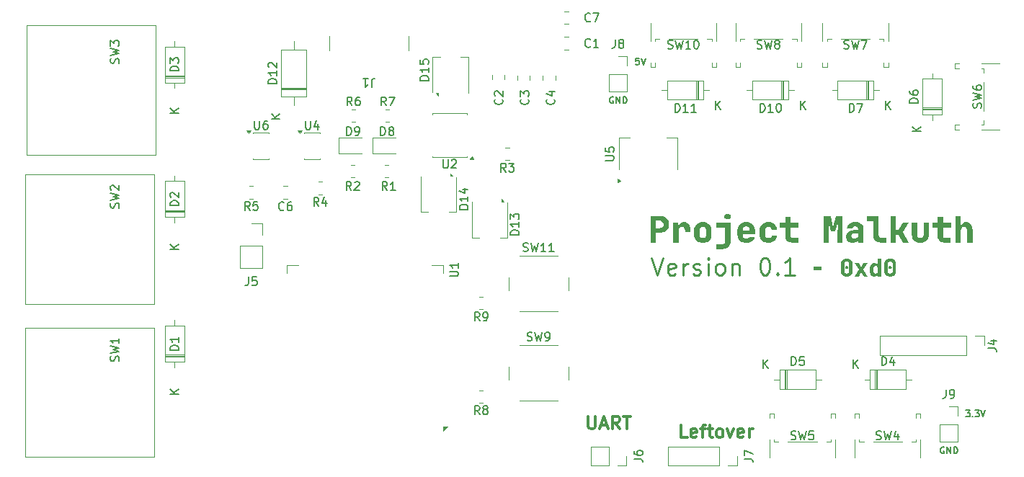
<source format=gbr>
%TF.GenerationSoftware,KiCad,Pcbnew,9.0.6*%
%TF.CreationDate,2025-12-14T23:53:19+07:00*%
%TF.ProjectId,audio_player,61756469-6f5f-4706-9c61-7965722e6b69,rev?*%
%TF.SameCoordinates,Original*%
%TF.FileFunction,Legend,Top*%
%TF.FilePolarity,Positive*%
%FSLAX46Y46*%
G04 Gerber Fmt 4.6, Leading zero omitted, Abs format (unit mm)*
G04 Created by KiCad (PCBNEW 9.0.6) date 2025-12-14 23:53:19*
%MOMM*%
%LPD*%
G01*
G04 APERTURE LIST*
%ADD10C,0.190500*%
%ADD11C,0.254000*%
%ADD12C,0.100000*%
%ADD13C,0.300000*%
%ADD14C,0.150000*%
%ADD15C,0.120000*%
G04 APERTURE END LIST*
D10*
X204958185Y-109116839D02*
X205429899Y-109116839D01*
X205429899Y-109116839D02*
X205175899Y-109407125D01*
X205175899Y-109407125D02*
X205284756Y-109407125D01*
X205284756Y-109407125D02*
X205357328Y-109443411D01*
X205357328Y-109443411D02*
X205393613Y-109479696D01*
X205393613Y-109479696D02*
X205429899Y-109552268D01*
X205429899Y-109552268D02*
X205429899Y-109733696D01*
X205429899Y-109733696D02*
X205393613Y-109806268D01*
X205393613Y-109806268D02*
X205357328Y-109842554D01*
X205357328Y-109842554D02*
X205284756Y-109878839D01*
X205284756Y-109878839D02*
X205067042Y-109878839D01*
X205067042Y-109878839D02*
X204994470Y-109842554D01*
X204994470Y-109842554D02*
X204958185Y-109806268D01*
X205756470Y-109806268D02*
X205792756Y-109842554D01*
X205792756Y-109842554D02*
X205756470Y-109878839D01*
X205756470Y-109878839D02*
X205720184Y-109842554D01*
X205720184Y-109842554D02*
X205756470Y-109806268D01*
X205756470Y-109806268D02*
X205756470Y-109878839D01*
X206046756Y-109116839D02*
X206518470Y-109116839D01*
X206518470Y-109116839D02*
X206264470Y-109407125D01*
X206264470Y-109407125D02*
X206373327Y-109407125D01*
X206373327Y-109407125D02*
X206445899Y-109443411D01*
X206445899Y-109443411D02*
X206482184Y-109479696D01*
X206482184Y-109479696D02*
X206518470Y-109552268D01*
X206518470Y-109552268D02*
X206518470Y-109733696D01*
X206518470Y-109733696D02*
X206482184Y-109806268D01*
X206482184Y-109806268D02*
X206445899Y-109842554D01*
X206445899Y-109842554D02*
X206373327Y-109878839D01*
X206373327Y-109878839D02*
X206155613Y-109878839D01*
X206155613Y-109878839D02*
X206083041Y-109842554D01*
X206083041Y-109842554D02*
X206046756Y-109806268D01*
X206736184Y-109116839D02*
X206990184Y-109878839D01*
X206990184Y-109878839D02*
X207244184Y-109116839D01*
D11*
X168000628Y-91178113D02*
X168677962Y-93210113D01*
X168677962Y-93210113D02*
X169355295Y-91178113D01*
X170806723Y-93113352D02*
X170613199Y-93210113D01*
X170613199Y-93210113D02*
X170226152Y-93210113D01*
X170226152Y-93210113D02*
X170032628Y-93113352D01*
X170032628Y-93113352D02*
X169935866Y-92919828D01*
X169935866Y-92919828D02*
X169935866Y-92145732D01*
X169935866Y-92145732D02*
X170032628Y-91952209D01*
X170032628Y-91952209D02*
X170226152Y-91855447D01*
X170226152Y-91855447D02*
X170613199Y-91855447D01*
X170613199Y-91855447D02*
X170806723Y-91952209D01*
X170806723Y-91952209D02*
X170903485Y-92145732D01*
X170903485Y-92145732D02*
X170903485Y-92339256D01*
X170903485Y-92339256D02*
X169935866Y-92532780D01*
X171774342Y-93210113D02*
X171774342Y-91855447D01*
X171774342Y-92242494D02*
X171871104Y-92048971D01*
X171871104Y-92048971D02*
X171967866Y-91952209D01*
X171967866Y-91952209D02*
X172161390Y-91855447D01*
X172161390Y-91855447D02*
X172354913Y-91855447D01*
X172935485Y-93113352D02*
X173129009Y-93210113D01*
X173129009Y-93210113D02*
X173516057Y-93210113D01*
X173516057Y-93210113D02*
X173709580Y-93113352D01*
X173709580Y-93113352D02*
X173806342Y-92919828D01*
X173806342Y-92919828D02*
X173806342Y-92823066D01*
X173806342Y-92823066D02*
X173709580Y-92629542D01*
X173709580Y-92629542D02*
X173516057Y-92532780D01*
X173516057Y-92532780D02*
X173225771Y-92532780D01*
X173225771Y-92532780D02*
X173032247Y-92436018D01*
X173032247Y-92436018D02*
X172935485Y-92242494D01*
X172935485Y-92242494D02*
X172935485Y-92145732D01*
X172935485Y-92145732D02*
X173032247Y-91952209D01*
X173032247Y-91952209D02*
X173225771Y-91855447D01*
X173225771Y-91855447D02*
X173516057Y-91855447D01*
X173516057Y-91855447D02*
X173709580Y-91952209D01*
X174677199Y-93210113D02*
X174677199Y-91855447D01*
X174677199Y-91178113D02*
X174580437Y-91274875D01*
X174580437Y-91274875D02*
X174677199Y-91371637D01*
X174677199Y-91371637D02*
X174773961Y-91274875D01*
X174773961Y-91274875D02*
X174677199Y-91178113D01*
X174677199Y-91178113D02*
X174677199Y-91371637D01*
X175935104Y-93210113D02*
X175741580Y-93113352D01*
X175741580Y-93113352D02*
X175644818Y-93016590D01*
X175644818Y-93016590D02*
X175548056Y-92823066D01*
X175548056Y-92823066D02*
X175548056Y-92242494D01*
X175548056Y-92242494D02*
X175644818Y-92048971D01*
X175644818Y-92048971D02*
X175741580Y-91952209D01*
X175741580Y-91952209D02*
X175935104Y-91855447D01*
X175935104Y-91855447D02*
X176225389Y-91855447D01*
X176225389Y-91855447D02*
X176418913Y-91952209D01*
X176418913Y-91952209D02*
X176515675Y-92048971D01*
X176515675Y-92048971D02*
X176612437Y-92242494D01*
X176612437Y-92242494D02*
X176612437Y-92823066D01*
X176612437Y-92823066D02*
X176515675Y-93016590D01*
X176515675Y-93016590D02*
X176418913Y-93113352D01*
X176418913Y-93113352D02*
X176225389Y-93210113D01*
X176225389Y-93210113D02*
X175935104Y-93210113D01*
X177483294Y-91855447D02*
X177483294Y-93210113D01*
X177483294Y-92048971D02*
X177580056Y-91952209D01*
X177580056Y-91952209D02*
X177773580Y-91855447D01*
X177773580Y-91855447D02*
X178063865Y-91855447D01*
X178063865Y-91855447D02*
X178257389Y-91952209D01*
X178257389Y-91952209D02*
X178354151Y-92145732D01*
X178354151Y-92145732D02*
X178354151Y-93210113D01*
X181257008Y-91178113D02*
X181450531Y-91178113D01*
X181450531Y-91178113D02*
X181644055Y-91274875D01*
X181644055Y-91274875D02*
X181740817Y-91371637D01*
X181740817Y-91371637D02*
X181837579Y-91565161D01*
X181837579Y-91565161D02*
X181934341Y-91952209D01*
X181934341Y-91952209D02*
X181934341Y-92436018D01*
X181934341Y-92436018D02*
X181837579Y-92823066D01*
X181837579Y-92823066D02*
X181740817Y-93016590D01*
X181740817Y-93016590D02*
X181644055Y-93113352D01*
X181644055Y-93113352D02*
X181450531Y-93210113D01*
X181450531Y-93210113D02*
X181257008Y-93210113D01*
X181257008Y-93210113D02*
X181063484Y-93113352D01*
X181063484Y-93113352D02*
X180966722Y-93016590D01*
X180966722Y-93016590D02*
X180869960Y-92823066D01*
X180869960Y-92823066D02*
X180773198Y-92436018D01*
X180773198Y-92436018D02*
X180773198Y-91952209D01*
X180773198Y-91952209D02*
X180869960Y-91565161D01*
X180869960Y-91565161D02*
X180966722Y-91371637D01*
X180966722Y-91371637D02*
X181063484Y-91274875D01*
X181063484Y-91274875D02*
X181257008Y-91178113D01*
X182805198Y-93016590D02*
X182901960Y-93113352D01*
X182901960Y-93113352D02*
X182805198Y-93210113D01*
X182805198Y-93210113D02*
X182708436Y-93113352D01*
X182708436Y-93113352D02*
X182805198Y-93016590D01*
X182805198Y-93016590D02*
X182805198Y-93210113D01*
X184837198Y-93210113D02*
X183676055Y-93210113D01*
X184256627Y-93210113D02*
X184256627Y-91178113D01*
X184256627Y-91178113D02*
X184063103Y-91468399D01*
X184063103Y-91468399D02*
X183869579Y-91661923D01*
X183869579Y-91661923D02*
X183676055Y-91758685D01*
D12*
G36*
X169199311Y-86299558D02*
G01*
X169389171Y-86341464D01*
X169556778Y-86408678D01*
X169709573Y-86503256D01*
X169835120Y-86617947D01*
X169936262Y-86754104D01*
X170009668Y-86906998D01*
X170054911Y-87079042D01*
X170070636Y-87274290D01*
X170054787Y-87466574D01*
X170008927Y-87638038D01*
X169934029Y-87792428D01*
X169831656Y-87930076D01*
X169706015Y-88045401D01*
X169554544Y-88139901D01*
X169388384Y-88206943D01*
X169199318Y-88248818D01*
X168983177Y-88263480D01*
X168561073Y-88263480D01*
X168561073Y-89397840D01*
X167921402Y-89397840D01*
X167921402Y-87709236D01*
X168561073Y-87709236D01*
X168983177Y-87709236D01*
X169114505Y-87694534D01*
X169221438Y-87653049D01*
X169309434Y-87585657D01*
X169376528Y-87496809D01*
X169416942Y-87394375D01*
X169430965Y-87274290D01*
X169416938Y-87154209D01*
X169376522Y-87051842D01*
X169309434Y-86963109D01*
X169221424Y-86895607D01*
X169114491Y-86854064D01*
X168983177Y-86839343D01*
X168561073Y-86839343D01*
X168561073Y-87709236D01*
X167921402Y-87709236D01*
X167921402Y-86284913D01*
X168983177Y-86284913D01*
X169199311Y-86299558D01*
G37*
G36*
X170564580Y-89397840D02*
G01*
X170564580Y-87052443D01*
X171183034Y-87052443D01*
X171183034Y-87495950D01*
X171231638Y-87353865D01*
X171305843Y-87236515D01*
X171406742Y-87139916D01*
X171527916Y-87069240D01*
X171670483Y-87025315D01*
X171839640Y-87009823D01*
X172012876Y-87025874D01*
X172159877Y-87071537D01*
X172285776Y-87145284D01*
X172394071Y-87248606D01*
X172478051Y-87372276D01*
X172540506Y-87519726D01*
X172580310Y-87695545D01*
X172594515Y-87905399D01*
X172594515Y-88139901D01*
X171954844Y-88139901D01*
X171954844Y-87948019D01*
X171942772Y-87829626D01*
X171909447Y-87737085D01*
X171856763Y-87664569D01*
X171785403Y-87610486D01*
X171694848Y-87576513D01*
X171579454Y-87564254D01*
X171465206Y-87577790D01*
X171374678Y-87615701D01*
X171302332Y-87677224D01*
X171250198Y-87758084D01*
X171216571Y-87863113D01*
X171204251Y-87999200D01*
X171204251Y-89397840D01*
X170564580Y-89397840D01*
G37*
G36*
X174242860Y-87023831D02*
G01*
X174422623Y-87063649D01*
X174578852Y-87127074D01*
X174720855Y-87216667D01*
X174837959Y-87325689D01*
X174932653Y-87455564D01*
X175001432Y-87600977D01*
X175043773Y-87763902D01*
X175058466Y-87948019D01*
X175058466Y-88502264D01*
X175043769Y-88686505D01*
X175001425Y-88849489D01*
X174932653Y-88994905D01*
X174837971Y-89124663D01*
X174720868Y-89233626D01*
X174578852Y-89323208D01*
X174422623Y-89386634D01*
X174242860Y-89426452D01*
X174035216Y-89440459D01*
X173830348Y-89426549D01*
X173651136Y-89386819D01*
X173493627Y-89323208D01*
X173350295Y-89233512D01*
X173232489Y-89124534D01*
X173137593Y-88994905D01*
X173068821Y-88849489D01*
X173026477Y-88686505D01*
X173011780Y-88502264D01*
X173011780Y-87948019D01*
X173651451Y-87948019D01*
X173651451Y-88502264D01*
X173663738Y-88620620D01*
X173697711Y-88713291D01*
X173751580Y-88786086D01*
X173824261Y-88839948D01*
X173916863Y-88873924D01*
X174035216Y-88886215D01*
X174156317Y-88873781D01*
X174249381Y-88839689D01*
X174320900Y-88786086D01*
X174373583Y-88713452D01*
X174406909Y-88620786D01*
X174418981Y-88502264D01*
X174418981Y-87948019D01*
X174406763Y-87826745D01*
X174373319Y-87733689D01*
X174320900Y-87662335D01*
X174249546Y-87609916D01*
X174156490Y-87576472D01*
X174035216Y-87564254D01*
X173916697Y-87576331D01*
X173824100Y-87609660D01*
X173751580Y-87662335D01*
X173697977Y-87733854D01*
X173663885Y-87826918D01*
X173651451Y-87948019D01*
X173011780Y-87948019D01*
X173026474Y-87763902D01*
X173068814Y-87600977D01*
X173137593Y-87455564D01*
X173232500Y-87325818D01*
X173350308Y-87216781D01*
X173493627Y-87127074D01*
X173651136Y-87063464D01*
X173830348Y-87023734D01*
X174035216Y-87009823D01*
X174242860Y-87023831D01*
G37*
G36*
X175633555Y-90165370D02*
G01*
X175633555Y-89589722D01*
X176315845Y-89589722D01*
X176419292Y-89577296D01*
X176505365Y-89541779D01*
X176578079Y-89483079D01*
X176632878Y-89406660D01*
X176666535Y-89315639D01*
X176678394Y-89205957D01*
X176678394Y-87628277D01*
X175612338Y-87628277D01*
X175612338Y-87052443D01*
X177318064Y-87052443D01*
X177318064Y-89227360D01*
X177300515Y-89442573D01*
X177250833Y-89625022D01*
X177171480Y-89780614D01*
X177062159Y-89913745D01*
X176927230Y-90020848D01*
X176768963Y-90098945D01*
X176582805Y-90148007D01*
X176362746Y-90165370D01*
X175633555Y-90165370D01*
G37*
G36*
X176976733Y-86681520D02*
G01*
X176863418Y-86670641D01*
X176771820Y-86640277D01*
X176697377Y-86591999D01*
X176639940Y-86526107D01*
X176605186Y-86446495D01*
X176592968Y-86348936D01*
X176605186Y-86251376D01*
X176639940Y-86171764D01*
X176697377Y-86105872D01*
X176771820Y-86057594D01*
X176863418Y-86027230D01*
X176976733Y-86016352D01*
X177090171Y-86027238D01*
X177181758Y-86057609D01*
X177256089Y-86105872D01*
X177313525Y-86171764D01*
X177348279Y-86251376D01*
X177360498Y-86348936D01*
X177348279Y-86446495D01*
X177313525Y-86526107D01*
X177256089Y-86591999D01*
X177181758Y-86640262D01*
X177090171Y-86670633D01*
X176976733Y-86681520D01*
G37*
G36*
X179360113Y-87023765D02*
G01*
X179538536Y-87063522D01*
X179694728Y-87127074D01*
X179836731Y-87216667D01*
X179953834Y-87325689D01*
X180048529Y-87455564D01*
X180117307Y-87600977D01*
X180159648Y-87763902D01*
X180174341Y-87948019D01*
X180174341Y-88382965D01*
X178737362Y-88382965D01*
X178737362Y-88502264D01*
X178750899Y-88646535D01*
X178786967Y-88751323D01*
X178841772Y-88826472D01*
X178917855Y-88880716D01*
X179019731Y-88915848D01*
X179155372Y-88928835D01*
X179286381Y-88917609D01*
X179393969Y-88886215D01*
X179476980Y-88830664D01*
X179513454Y-88758169D01*
X180140282Y-88758169D01*
X180093639Y-88904352D01*
X180022892Y-89034083D01*
X179927047Y-89149798D01*
X179803418Y-89252857D01*
X179616370Y-89355301D01*
X179402449Y-89418426D01*
X179155372Y-89440459D01*
X178950501Y-89426586D01*
X178770494Y-89386887D01*
X178611550Y-89323208D01*
X178466911Y-89233392D01*
X178348468Y-89124398D01*
X178253468Y-88994905D01*
X178184696Y-88849489D01*
X178142352Y-88686505D01*
X178127656Y-88502264D01*
X178127656Y-87948019D01*
X178737362Y-87948019D01*
X178737362Y-88003481D01*
X179564635Y-87994919D01*
X179564635Y-87939458D01*
X179552049Y-87797766D01*
X179517649Y-87687854D01*
X179464320Y-87602779D01*
X179389511Y-87538788D01*
X179289281Y-87498190D01*
X179155372Y-87483295D01*
X179021586Y-87498502D01*
X178919600Y-87540318D01*
X178841772Y-87606874D01*
X178785953Y-87694915D01*
X178750300Y-87806491D01*
X178737362Y-87948019D01*
X178127656Y-87948019D01*
X178142349Y-87763902D01*
X178184690Y-87600977D01*
X178253468Y-87455564D01*
X178348480Y-87325954D01*
X178466925Y-87216901D01*
X178611550Y-87127074D01*
X178770494Y-87063395D01*
X178950501Y-87023696D01*
X179155372Y-87009823D01*
X179360113Y-87023765D01*
G37*
G36*
X181747369Y-89440459D02*
G01*
X181542494Y-89426620D01*
X181361760Y-89386950D01*
X181201499Y-89323208D01*
X181055294Y-89233348D01*
X180935372Y-89124335D01*
X180838951Y-88994905D01*
X180769015Y-88849368D01*
X180726008Y-88686395D01*
X180711091Y-88502264D01*
X180711091Y-87948019D01*
X180726117Y-87761159D01*
X180769223Y-87597620D01*
X180838951Y-87453330D01*
X180935240Y-87325176D01*
X181055144Y-87216813D01*
X181201499Y-87127074D01*
X181361760Y-87063332D01*
X181542494Y-87023663D01*
X181747369Y-87009823D01*
X181979567Y-87026165D01*
X182176981Y-87072299D01*
X182345338Y-87145350D01*
X182489215Y-87244512D01*
X182610480Y-87370964D01*
X182699308Y-87517058D01*
X182757382Y-87686340D01*
X182783460Y-87883996D01*
X182160912Y-87883996D01*
X182140803Y-87790211D01*
X182099209Y-87713218D01*
X182035099Y-87649494D01*
X181955757Y-87603358D01*
X181861092Y-87574494D01*
X181747369Y-87564254D01*
X181623110Y-87576464D01*
X181527171Y-87609929D01*
X181453124Y-87662335D01*
X181398226Y-87734034D01*
X181363429Y-87827106D01*
X181350762Y-87948019D01*
X181350762Y-88502264D01*
X181363281Y-88620439D01*
X181397957Y-88713116D01*
X181453124Y-88786086D01*
X181527335Y-88839672D01*
X181623280Y-88873787D01*
X181747369Y-88886215D01*
X181861230Y-88876194D01*
X181955900Y-88847989D01*
X182035099Y-88803022D01*
X182098879Y-88740400D01*
X182140594Y-88662825D01*
X182160912Y-88566286D01*
X182783460Y-88566286D01*
X182757378Y-88764043D01*
X182699299Y-88933385D01*
X182610471Y-89079506D01*
X182489215Y-89205957D01*
X182345349Y-89305034D01*
X182176996Y-89378028D01*
X181979578Y-89424129D01*
X181747369Y-89440459D01*
G37*
G36*
X184501470Y-89397840D02*
G01*
X184323756Y-89383698D01*
X184173791Y-89343773D01*
X184046611Y-89280247D01*
X183938478Y-89193115D01*
X183851424Y-89084992D01*
X183787956Y-88957843D01*
X183748067Y-88807933D01*
X183733939Y-88630309D01*
X183733939Y-87628277D01*
X183102830Y-87628277D01*
X183102830Y-87052443D01*
X183733939Y-87052443D01*
X183733939Y-86391555D01*
X184373424Y-86391555D01*
X184373424Y-87052443D01*
X185290217Y-87052443D01*
X185290217Y-87628277D01*
X184373424Y-87628277D01*
X184373424Y-88608906D01*
X184386278Y-88696100D01*
X184422372Y-88762450D01*
X184480850Y-88806482D01*
X184565306Y-88822192D01*
X185269000Y-88822192D01*
X185269000Y-89397840D01*
X184501470Y-89397840D01*
G37*
G36*
X188282542Y-89397840D02*
G01*
X188282542Y-86284913D01*
X189062914Y-86284913D01*
X189378562Y-87615435D01*
X189694024Y-86284913D01*
X190482957Y-86284913D01*
X190482957Y-89397840D01*
X189898748Y-89397840D01*
X189898748Y-88203924D01*
X189909045Y-87739403D01*
X189939135Y-87302020D01*
X190022327Y-86540818D01*
X189630001Y-88075879D01*
X189118376Y-88075879D01*
X188734611Y-86579157D01*
X188821898Y-87284898D01*
X188855152Y-87721128D01*
X188866751Y-88203924D01*
X188866751Y-89397840D01*
X188282542Y-89397840D01*
G37*
G36*
X192187662Y-87025107D02*
G01*
X192382355Y-87067750D01*
X192544116Y-87134265D01*
X192678346Y-87223109D01*
X192790853Y-87338606D01*
X192871185Y-87473700D01*
X192920992Y-87632294D01*
X192938532Y-87820159D01*
X192938532Y-89397840D01*
X192320265Y-89397840D01*
X192320265Y-88992671D01*
X192276284Y-89122388D01*
X192202605Y-89230681D01*
X192096371Y-89321161D01*
X191970309Y-89385384D01*
X191819379Y-89425989D01*
X191637974Y-89440459D01*
X191464780Y-89426576D01*
X191317526Y-89387244D01*
X191191603Y-89324424D01*
X191083544Y-89237968D01*
X190995248Y-89130587D01*
X190931895Y-89008392D01*
X190892705Y-88868505D01*
X190879005Y-88706988D01*
X190886835Y-88626029D01*
X191497273Y-88626029D01*
X191508173Y-88709838D01*
X191539801Y-88781341D01*
X191593121Y-88843595D01*
X191661956Y-88889089D01*
X191750375Y-88918219D01*
X191863916Y-88928835D01*
X191994039Y-88916568D01*
X192098098Y-88882513D01*
X192181611Y-88828706D01*
X192246668Y-88755090D01*
X192285424Y-88668963D01*
X192298862Y-88566286D01*
X192298862Y-88327503D01*
X191851074Y-88327503D01*
X191740338Y-88337909D01*
X191654808Y-88366368D01*
X191588841Y-88410696D01*
X191538169Y-88471272D01*
X191507816Y-88541990D01*
X191497273Y-88626029D01*
X190886835Y-88626029D01*
X190895668Y-88534710D01*
X190943323Y-88387241D01*
X191020871Y-88259589D01*
X191130444Y-88148463D01*
X191260168Y-88063467D01*
X191417542Y-87999593D01*
X191608063Y-87958505D01*
X191838418Y-87943738D01*
X192298862Y-87943738D01*
X192298862Y-87794476D01*
X192288110Y-87710745D01*
X192257592Y-87643099D01*
X192207108Y-87587704D01*
X192141940Y-87548245D01*
X192056503Y-87522543D01*
X191945061Y-87513073D01*
X191793803Y-87530524D01*
X191686922Y-87577096D01*
X191632953Y-87626023D01*
X191598453Y-87687389D01*
X191582513Y-87764697D01*
X190976901Y-87764697D01*
X190999538Y-87597611D01*
X191052315Y-87452873D01*
X191134852Y-87326112D01*
X191249743Y-87214547D01*
X191383766Y-87128802D01*
X191542481Y-87064960D01*
X191730500Y-87024303D01*
X191953436Y-87009823D01*
X192187662Y-87025107D01*
G37*
G36*
X194903700Y-89397840D02*
G01*
X194741523Y-89385630D01*
X194597543Y-89350451D01*
X194468754Y-89293430D01*
X194352614Y-89214232D01*
X194255754Y-89117373D01*
X194176556Y-89001233D01*
X194119536Y-88872444D01*
X194084356Y-88728464D01*
X194072147Y-88566286D01*
X194072147Y-86860560D01*
X193326020Y-86860560D01*
X193326020Y-86284913D01*
X194711818Y-86284913D01*
X194711818Y-88545070D01*
X194730188Y-88659169D01*
X194782168Y-88745513D01*
X194862503Y-88802510D01*
X194967723Y-88822192D01*
X195628610Y-88822192D01*
X195628610Y-89397840D01*
X194903700Y-89397840D01*
G37*
G36*
X196080121Y-89397840D02*
G01*
X196080121Y-86284913D01*
X196719791Y-86284913D01*
X196719791Y-87939458D01*
X197043814Y-87939458D01*
X197534222Y-87052443D01*
X198237729Y-87052443D01*
X197585403Y-88199644D01*
X198250571Y-89397840D01*
X197534222Y-89397840D01*
X197039533Y-88476766D01*
X196719791Y-88476766D01*
X196719791Y-89397840D01*
X196080121Y-89397840D01*
G37*
G36*
X199614594Y-89440459D02*
G01*
X199378668Y-89422579D01*
X199180920Y-89372317D01*
X199014629Y-89292862D01*
X198874608Y-89184740D01*
X198760534Y-89048865D01*
X198677939Y-88890249D01*
X198626314Y-88704427D01*
X198608094Y-88485327D01*
X198608094Y-87052443D01*
X199247765Y-87052443D01*
X199247765Y-88481047D01*
X199264978Y-88637571D01*
X199310564Y-88746966D01*
X199380624Y-88821976D01*
X199478642Y-88868910D01*
X199614594Y-88886215D01*
X199726584Y-88873591D01*
X199814976Y-88838405D01*
X199885202Y-88781805D01*
X199936346Y-88706477D01*
X199969207Y-88608429D01*
X199981236Y-88481047D01*
X199981236Y-87052443D01*
X200620907Y-87052443D01*
X200620907Y-88485327D01*
X200602458Y-88706648D01*
X200550299Y-88893374D01*
X200467020Y-89051865D01*
X200352160Y-89186787D01*
X200211251Y-89294214D01*
X200044903Y-89373037D01*
X199848156Y-89422796D01*
X199614594Y-89440459D01*
G37*
G36*
X202407034Y-89397840D02*
G01*
X202229321Y-89383698D01*
X202079355Y-89343773D01*
X201952175Y-89280247D01*
X201844042Y-89193115D01*
X201756989Y-89084992D01*
X201693520Y-88957843D01*
X201653631Y-88807933D01*
X201639504Y-88630309D01*
X201639504Y-87628277D01*
X201008394Y-87628277D01*
X201008394Y-87052443D01*
X201639504Y-87052443D01*
X201639504Y-86391555D01*
X202278988Y-86391555D01*
X202278988Y-87052443D01*
X203195781Y-87052443D01*
X203195781Y-87628277D01*
X202278988Y-87628277D01*
X202278988Y-88608906D01*
X202291842Y-88696100D01*
X202327936Y-88762450D01*
X202386414Y-88806482D01*
X202470871Y-88822192D01*
X203174564Y-88822192D01*
X203174564Y-89397840D01*
X202407034Y-89397840D01*
G37*
G36*
X203732531Y-89397840D02*
G01*
X203732531Y-86284913D01*
X204372202Y-86284913D01*
X204372202Y-87052443D01*
X204350799Y-87474733D01*
X204401078Y-87340778D01*
X204475283Y-87228844D01*
X204574693Y-87135635D01*
X204692548Y-87066728D01*
X204826921Y-87024516D01*
X204981908Y-87009823D01*
X205148181Y-87025554D01*
X205292224Y-87070731D01*
X205418445Y-87144440D01*
X205529825Y-87248606D01*
X205617585Y-87372914D01*
X205681959Y-87517548D01*
X205722469Y-87686307D01*
X205736782Y-87883996D01*
X205736782Y-89397840D01*
X205097112Y-89397840D01*
X205097112Y-87948019D01*
X205085255Y-87829460D01*
X205052578Y-87736923D01*
X205001078Y-87664569D01*
X204931265Y-87610169D01*
X204844178Y-87576357D01*
X204734750Y-87564254D01*
X204625192Y-87576357D01*
X204537980Y-87610171D01*
X204468050Y-87664569D01*
X204416656Y-87736909D01*
X204384039Y-87829445D01*
X204372202Y-87948019D01*
X204372202Y-89397840D01*
X203732531Y-89397840D01*
G37*
D10*
X202381899Y-113471125D02*
X202309328Y-113434839D01*
X202309328Y-113434839D02*
X202200470Y-113434839D01*
X202200470Y-113434839D02*
X202091613Y-113471125D01*
X202091613Y-113471125D02*
X202019042Y-113543696D01*
X202019042Y-113543696D02*
X201982756Y-113616268D01*
X201982756Y-113616268D02*
X201946470Y-113761411D01*
X201946470Y-113761411D02*
X201946470Y-113870268D01*
X201946470Y-113870268D02*
X201982756Y-114015411D01*
X201982756Y-114015411D02*
X202019042Y-114087982D01*
X202019042Y-114087982D02*
X202091613Y-114160554D01*
X202091613Y-114160554D02*
X202200470Y-114196839D01*
X202200470Y-114196839D02*
X202273042Y-114196839D01*
X202273042Y-114196839D02*
X202381899Y-114160554D01*
X202381899Y-114160554D02*
X202418185Y-114124268D01*
X202418185Y-114124268D02*
X202418185Y-113870268D01*
X202418185Y-113870268D02*
X202273042Y-113870268D01*
X202744756Y-114196839D02*
X202744756Y-113434839D01*
X202744756Y-113434839D02*
X203180185Y-114196839D01*
X203180185Y-114196839D02*
X203180185Y-113434839D01*
X203543042Y-114196839D02*
X203543042Y-113434839D01*
X203543042Y-113434839D02*
X203724471Y-113434839D01*
X203724471Y-113434839D02*
X203833328Y-113471125D01*
X203833328Y-113471125D02*
X203905899Y-113543696D01*
X203905899Y-113543696D02*
X203942185Y-113616268D01*
X203942185Y-113616268D02*
X203978471Y-113761411D01*
X203978471Y-113761411D02*
X203978471Y-113870268D01*
X203978471Y-113870268D02*
X203942185Y-114015411D01*
X203942185Y-114015411D02*
X203905899Y-114087982D01*
X203905899Y-114087982D02*
X203833328Y-114160554D01*
X203833328Y-114160554D02*
X203724471Y-114196839D01*
X203724471Y-114196839D02*
X203543042Y-114196839D01*
X163519899Y-72323125D02*
X163447328Y-72286839D01*
X163447328Y-72286839D02*
X163338470Y-72286839D01*
X163338470Y-72286839D02*
X163229613Y-72323125D01*
X163229613Y-72323125D02*
X163157042Y-72395696D01*
X163157042Y-72395696D02*
X163120756Y-72468268D01*
X163120756Y-72468268D02*
X163084470Y-72613411D01*
X163084470Y-72613411D02*
X163084470Y-72722268D01*
X163084470Y-72722268D02*
X163120756Y-72867411D01*
X163120756Y-72867411D02*
X163157042Y-72939982D01*
X163157042Y-72939982D02*
X163229613Y-73012554D01*
X163229613Y-73012554D02*
X163338470Y-73048839D01*
X163338470Y-73048839D02*
X163411042Y-73048839D01*
X163411042Y-73048839D02*
X163519899Y-73012554D01*
X163519899Y-73012554D02*
X163556185Y-72976268D01*
X163556185Y-72976268D02*
X163556185Y-72722268D01*
X163556185Y-72722268D02*
X163411042Y-72722268D01*
X163882756Y-73048839D02*
X163882756Y-72286839D01*
X163882756Y-72286839D02*
X164318185Y-73048839D01*
X164318185Y-73048839D02*
X164318185Y-72286839D01*
X164681042Y-73048839D02*
X164681042Y-72286839D01*
X164681042Y-72286839D02*
X164862471Y-72286839D01*
X164862471Y-72286839D02*
X164971328Y-72323125D01*
X164971328Y-72323125D02*
X165043899Y-72395696D01*
X165043899Y-72395696D02*
X165080185Y-72468268D01*
X165080185Y-72468268D02*
X165116471Y-72613411D01*
X165116471Y-72613411D02*
X165116471Y-72722268D01*
X165116471Y-72722268D02*
X165080185Y-72867411D01*
X165080185Y-72867411D02*
X165043899Y-72939982D01*
X165043899Y-72939982D02*
X164971328Y-73012554D01*
X164971328Y-73012554D02*
X164862471Y-73048839D01*
X164862471Y-73048839D02*
X164681042Y-73048839D01*
D12*
G36*
X187088033Y-92641443D02*
G01*
X187088033Y-92243409D01*
X187997754Y-92243409D01*
X187997754Y-92641443D01*
X187088033Y-92641443D01*
G37*
G36*
X191037429Y-92162075D02*
G01*
X191098397Y-92196508D01*
X191127527Y-92231225D01*
X191145766Y-92276121D01*
X191152370Y-92334356D01*
X191145831Y-92392747D01*
X191127628Y-92438737D01*
X191098397Y-92475182D01*
X191037197Y-92511702D01*
X190953477Y-92524812D01*
X190871881Y-92511855D01*
X190809798Y-92475182D01*
X190779764Y-92438630D01*
X190761137Y-92392637D01*
X190754460Y-92334356D01*
X190761202Y-92276236D01*
X190779864Y-92231334D01*
X190809798Y-92196508D01*
X190871659Y-92161926D01*
X190953477Y-92149608D01*
X191037429Y-92162075D01*
G37*
G36*
X191091906Y-91286200D02*
G01*
X191211748Y-91312745D01*
X191315901Y-91355029D01*
X191410570Y-91414758D01*
X191488639Y-91487439D01*
X191551769Y-91574022D01*
X191597621Y-91670964D01*
X191625848Y-91779581D01*
X191635644Y-91902326D01*
X191635644Y-92783509D01*
X191625846Y-92906337D01*
X191597617Y-93014993D01*
X191551769Y-93111936D01*
X191488647Y-93198442D01*
X191410579Y-93271084D01*
X191315901Y-93330805D01*
X191211748Y-93373089D01*
X191091906Y-93399634D01*
X190953477Y-93408973D01*
X190816899Y-93399699D01*
X190697424Y-93373212D01*
X190592418Y-93330805D01*
X190496863Y-93271008D01*
X190418326Y-93198356D01*
X190355062Y-93111936D01*
X190309214Y-93014993D01*
X190280984Y-92906337D01*
X190271187Y-92783509D01*
X190271187Y-91902326D01*
X190669096Y-91902326D01*
X190669096Y-92783509D01*
X190678204Y-92859725D01*
X190703903Y-92921159D01*
X190745899Y-92971235D01*
X190800793Y-93008027D01*
X190868797Y-93031170D01*
X190953477Y-93039476D01*
X191039990Y-93031077D01*
X191108268Y-93007856D01*
X191162296Y-92971235D01*
X191203483Y-92921264D01*
X191228761Y-92859831D01*
X191237734Y-92783509D01*
X191237734Y-91902326D01*
X191228758Y-91826007D01*
X191203479Y-91764620D01*
X191162296Y-91714724D01*
X191108268Y-91678102D01*
X191039990Y-91654881D01*
X190953477Y-91646482D01*
X190866879Y-91654881D01*
X190798517Y-91678102D01*
X190744410Y-91714724D01*
X190703301Y-91764610D01*
X190678060Y-91825997D01*
X190669096Y-91902326D01*
X190271187Y-91902326D01*
X190280982Y-91779581D01*
X190309209Y-91670964D01*
X190355062Y-91574022D01*
X190418333Y-91487525D01*
X190496872Y-91414834D01*
X190592418Y-91355029D01*
X190697424Y-91312622D01*
X190816899Y-91286135D01*
X190953477Y-91276862D01*
X191091906Y-91286200D01*
G37*
G36*
X191879824Y-93380560D02*
G01*
X192419924Y-92570347D01*
X191916798Y-91816962D01*
X192391511Y-91816962D01*
X192584820Y-92129756D01*
X192627378Y-92212266D01*
X192658769Y-92286091D01*
X192689912Y-92212266D01*
X192732594Y-92129756D01*
X192925903Y-91816962D01*
X193400740Y-91816962D01*
X192900344Y-92570347D01*
X193437590Y-93380560D01*
X192962878Y-93380560D01*
X192735448Y-93010939D01*
X192691401Y-92927188D01*
X192658769Y-92854604D01*
X192627378Y-92927188D01*
X192584820Y-93010939D01*
X192354536Y-93380560D01*
X191879824Y-93380560D01*
G37*
G36*
X195029229Y-93380560D02*
G01*
X194617051Y-93380560D01*
X194617051Y-93099157D01*
X194575062Y-93192353D01*
X194521087Y-93267780D01*
X194454884Y-93327952D01*
X194377482Y-93372306D01*
X194289314Y-93399505D01*
X194187750Y-93408973D01*
X194078877Y-93398205D01*
X193983408Y-93367072D01*
X193898549Y-93315824D01*
X193822472Y-93242712D01*
X193763011Y-93156335D01*
X193719216Y-93055323D01*
X193691563Y-92936944D01*
X193681770Y-92797778D01*
X193681770Y-92414012D01*
X194108218Y-92414012D01*
X194108218Y-92783509D01*
X194116109Y-92862644D01*
X194137854Y-92924419D01*
X194172116Y-92972724D01*
X194218786Y-93008790D01*
X194277753Y-93031354D01*
X194352646Y-93039476D01*
X194431169Y-93030922D01*
X194491814Y-93007335D01*
X194538759Y-92969870D01*
X194572855Y-92919651D01*
X194594762Y-92854286D01*
X194602782Y-92769364D01*
X194602782Y-92428157D01*
X194594762Y-92343321D01*
X194572855Y-92278040D01*
X194538759Y-92227899D01*
X194491804Y-92190361D01*
X194431159Y-92166737D01*
X194352646Y-92158169D01*
X194277643Y-92166150D01*
X194218679Y-92188287D01*
X194172116Y-92223557D01*
X194138028Y-92271005D01*
X194116205Y-92333037D01*
X194108218Y-92414012D01*
X193681770Y-92414012D01*
X193681770Y-92399744D01*
X193691565Y-92260574D01*
X193719220Y-92142218D01*
X193763015Y-92041250D01*
X193822472Y-91954934D01*
X193898557Y-91881761D01*
X193983418Y-91830475D01*
X194078885Y-91799323D01*
X194187750Y-91788548D01*
X194289467Y-91797743D01*
X194377162Y-91824049D01*
X194453519Y-91866716D01*
X194518863Y-91924984D01*
X194572342Y-91998542D01*
X194614197Y-92089928D01*
X194602782Y-91731722D01*
X194602782Y-91305275D01*
X195029229Y-91305275D01*
X195029229Y-93380560D01*
G37*
G36*
X196153304Y-92162075D02*
G01*
X196214273Y-92196508D01*
X196243403Y-92231225D01*
X196261642Y-92276121D01*
X196268246Y-92334356D01*
X196261707Y-92392747D01*
X196243504Y-92438737D01*
X196214273Y-92475182D01*
X196153073Y-92511702D01*
X196069353Y-92524812D01*
X195987756Y-92511855D01*
X195925673Y-92475182D01*
X195895640Y-92438630D01*
X195877012Y-92392637D01*
X195870336Y-92334356D01*
X195877077Y-92276236D01*
X195895740Y-92231334D01*
X195925673Y-92196508D01*
X195987535Y-92161926D01*
X196069353Y-92149608D01*
X196153304Y-92162075D01*
G37*
G36*
X196207782Y-91286200D02*
G01*
X196327624Y-91312745D01*
X196431777Y-91355029D01*
X196526445Y-91414758D01*
X196604515Y-91487439D01*
X196667644Y-91574022D01*
X196713497Y-91670964D01*
X196741724Y-91779581D01*
X196751519Y-91902326D01*
X196751519Y-92783509D01*
X196741722Y-92906337D01*
X196713492Y-93014993D01*
X196667644Y-93111936D01*
X196604523Y-93198442D01*
X196526454Y-93271084D01*
X196431777Y-93330805D01*
X196327624Y-93373089D01*
X196207782Y-93399634D01*
X196069353Y-93408973D01*
X195932774Y-93399699D01*
X195813299Y-93373212D01*
X195708293Y-93330805D01*
X195612739Y-93271008D01*
X195534201Y-93198356D01*
X195470937Y-93111936D01*
X195425089Y-93014993D01*
X195396860Y-92906337D01*
X195387062Y-92783509D01*
X195387062Y-91902326D01*
X195784972Y-91902326D01*
X195784972Y-92783509D01*
X195794080Y-92859725D01*
X195819778Y-92921159D01*
X195861775Y-92971235D01*
X195916669Y-93008027D01*
X195984673Y-93031170D01*
X196069353Y-93039476D01*
X196155865Y-93031077D01*
X196224144Y-93007856D01*
X196278172Y-92971235D01*
X196319359Y-92921264D01*
X196344636Y-92859831D01*
X196353609Y-92783509D01*
X196353609Y-91902326D01*
X196344633Y-91826007D01*
X196319354Y-91764620D01*
X196278172Y-91714724D01*
X196224144Y-91678102D01*
X196155865Y-91654881D01*
X196069353Y-91646482D01*
X195982754Y-91654881D01*
X195914392Y-91678102D01*
X195860286Y-91714724D01*
X195819176Y-91764610D01*
X195793936Y-91825997D01*
X195784972Y-91902326D01*
X195387062Y-91902326D01*
X195396858Y-91779581D01*
X195425085Y-91670964D01*
X195470937Y-91574022D01*
X195534209Y-91487525D01*
X195612747Y-91414834D01*
X195708293Y-91355029D01*
X195813299Y-91312622D01*
X195932774Y-91286135D01*
X196069353Y-91276862D01*
X196207782Y-91286200D01*
G37*
D13*
X172210796Y-112322828D02*
X171496510Y-112322828D01*
X171496510Y-112322828D02*
X171496510Y-110822828D01*
X173282225Y-112251400D02*
X173139368Y-112322828D01*
X173139368Y-112322828D02*
X172853654Y-112322828D01*
X172853654Y-112322828D02*
X172710796Y-112251400D01*
X172710796Y-112251400D02*
X172639368Y-112108542D01*
X172639368Y-112108542D02*
X172639368Y-111537114D01*
X172639368Y-111537114D02*
X172710796Y-111394257D01*
X172710796Y-111394257D02*
X172853654Y-111322828D01*
X172853654Y-111322828D02*
X173139368Y-111322828D01*
X173139368Y-111322828D02*
X173282225Y-111394257D01*
X173282225Y-111394257D02*
X173353654Y-111537114D01*
X173353654Y-111537114D02*
X173353654Y-111679971D01*
X173353654Y-111679971D02*
X172639368Y-111822828D01*
X173782225Y-111322828D02*
X174353653Y-111322828D01*
X173996510Y-112322828D02*
X173996510Y-111037114D01*
X173996510Y-111037114D02*
X174067939Y-110894257D01*
X174067939Y-110894257D02*
X174210796Y-110822828D01*
X174210796Y-110822828D02*
X174353653Y-110822828D01*
X174639368Y-111322828D02*
X175210796Y-111322828D01*
X174853653Y-110822828D02*
X174853653Y-112108542D01*
X174853653Y-112108542D02*
X174925082Y-112251400D01*
X174925082Y-112251400D02*
X175067939Y-112322828D01*
X175067939Y-112322828D02*
X175210796Y-112322828D01*
X175925082Y-112322828D02*
X175782225Y-112251400D01*
X175782225Y-112251400D02*
X175710796Y-112179971D01*
X175710796Y-112179971D02*
X175639368Y-112037114D01*
X175639368Y-112037114D02*
X175639368Y-111608542D01*
X175639368Y-111608542D02*
X175710796Y-111465685D01*
X175710796Y-111465685D02*
X175782225Y-111394257D01*
X175782225Y-111394257D02*
X175925082Y-111322828D01*
X175925082Y-111322828D02*
X176139368Y-111322828D01*
X176139368Y-111322828D02*
X176282225Y-111394257D01*
X176282225Y-111394257D02*
X176353654Y-111465685D01*
X176353654Y-111465685D02*
X176425082Y-111608542D01*
X176425082Y-111608542D02*
X176425082Y-112037114D01*
X176425082Y-112037114D02*
X176353654Y-112179971D01*
X176353654Y-112179971D02*
X176282225Y-112251400D01*
X176282225Y-112251400D02*
X176139368Y-112322828D01*
X176139368Y-112322828D02*
X175925082Y-112322828D01*
X176925082Y-111322828D02*
X177282225Y-112322828D01*
X177282225Y-112322828D02*
X177639368Y-111322828D01*
X178782225Y-112251400D02*
X178639368Y-112322828D01*
X178639368Y-112322828D02*
X178353654Y-112322828D01*
X178353654Y-112322828D02*
X178210796Y-112251400D01*
X178210796Y-112251400D02*
X178139368Y-112108542D01*
X178139368Y-112108542D02*
X178139368Y-111537114D01*
X178139368Y-111537114D02*
X178210796Y-111394257D01*
X178210796Y-111394257D02*
X178353654Y-111322828D01*
X178353654Y-111322828D02*
X178639368Y-111322828D01*
X178639368Y-111322828D02*
X178782225Y-111394257D01*
X178782225Y-111394257D02*
X178853654Y-111537114D01*
X178853654Y-111537114D02*
X178853654Y-111679971D01*
X178853654Y-111679971D02*
X178139368Y-111822828D01*
X179496510Y-112322828D02*
X179496510Y-111322828D01*
X179496510Y-111608542D02*
X179567939Y-111465685D01*
X179567939Y-111465685D02*
X179639368Y-111394257D01*
X179639368Y-111394257D02*
X179782225Y-111322828D01*
X179782225Y-111322828D02*
X179925082Y-111322828D01*
X160574510Y-109806828D02*
X160574510Y-111021114D01*
X160574510Y-111021114D02*
X160645939Y-111163971D01*
X160645939Y-111163971D02*
X160717368Y-111235400D01*
X160717368Y-111235400D02*
X160860225Y-111306828D01*
X160860225Y-111306828D02*
X161145939Y-111306828D01*
X161145939Y-111306828D02*
X161288796Y-111235400D01*
X161288796Y-111235400D02*
X161360225Y-111163971D01*
X161360225Y-111163971D02*
X161431653Y-111021114D01*
X161431653Y-111021114D02*
X161431653Y-109806828D01*
X162074511Y-110878257D02*
X162788797Y-110878257D01*
X161931654Y-111306828D02*
X162431654Y-109806828D01*
X162431654Y-109806828D02*
X162931654Y-111306828D01*
X164288796Y-111306828D02*
X163788796Y-110592542D01*
X163431653Y-111306828D02*
X163431653Y-109806828D01*
X163431653Y-109806828D02*
X164003082Y-109806828D01*
X164003082Y-109806828D02*
X164145939Y-109878257D01*
X164145939Y-109878257D02*
X164217368Y-109949685D01*
X164217368Y-109949685D02*
X164288796Y-110092542D01*
X164288796Y-110092542D02*
X164288796Y-110306828D01*
X164288796Y-110306828D02*
X164217368Y-110449685D01*
X164217368Y-110449685D02*
X164145939Y-110521114D01*
X164145939Y-110521114D02*
X164003082Y-110592542D01*
X164003082Y-110592542D02*
X163431653Y-110592542D01*
X164717368Y-109806828D02*
X165574511Y-109806828D01*
X165145939Y-111306828D02*
X165145939Y-109806828D01*
D10*
X166531613Y-67730839D02*
X166168756Y-67730839D01*
X166168756Y-67730839D02*
X166132470Y-68093696D01*
X166132470Y-68093696D02*
X166168756Y-68057411D01*
X166168756Y-68057411D02*
X166241328Y-68021125D01*
X166241328Y-68021125D02*
X166422756Y-68021125D01*
X166422756Y-68021125D02*
X166495328Y-68057411D01*
X166495328Y-68057411D02*
X166531613Y-68093696D01*
X166531613Y-68093696D02*
X166567899Y-68166268D01*
X166567899Y-68166268D02*
X166567899Y-68347696D01*
X166567899Y-68347696D02*
X166531613Y-68420268D01*
X166531613Y-68420268D02*
X166495328Y-68456554D01*
X166495328Y-68456554D02*
X166422756Y-68492839D01*
X166422756Y-68492839D02*
X166241328Y-68492839D01*
X166241328Y-68492839D02*
X166168756Y-68456554D01*
X166168756Y-68456554D02*
X166132470Y-68420268D01*
X166785613Y-67730839D02*
X167039613Y-68492839D01*
X167039613Y-68492839D02*
X167293613Y-67730839D01*
D14*
X105407200Y-85333332D02*
X105454819Y-85190475D01*
X105454819Y-85190475D02*
X105454819Y-84952380D01*
X105454819Y-84952380D02*
X105407200Y-84857142D01*
X105407200Y-84857142D02*
X105359580Y-84809523D01*
X105359580Y-84809523D02*
X105264342Y-84761904D01*
X105264342Y-84761904D02*
X105169104Y-84761904D01*
X105169104Y-84761904D02*
X105073866Y-84809523D01*
X105073866Y-84809523D02*
X105026247Y-84857142D01*
X105026247Y-84857142D02*
X104978628Y-84952380D01*
X104978628Y-84952380D02*
X104931009Y-85142856D01*
X104931009Y-85142856D02*
X104883390Y-85238094D01*
X104883390Y-85238094D02*
X104835771Y-85285713D01*
X104835771Y-85285713D02*
X104740533Y-85333332D01*
X104740533Y-85333332D02*
X104645295Y-85333332D01*
X104645295Y-85333332D02*
X104550057Y-85285713D01*
X104550057Y-85285713D02*
X104502438Y-85238094D01*
X104502438Y-85238094D02*
X104454819Y-85142856D01*
X104454819Y-85142856D02*
X104454819Y-84904761D01*
X104454819Y-84904761D02*
X104502438Y-84761904D01*
X104454819Y-84428570D02*
X105454819Y-84190475D01*
X105454819Y-84190475D02*
X104740533Y-83999999D01*
X104740533Y-83999999D02*
X105454819Y-83809523D01*
X105454819Y-83809523D02*
X104454819Y-83571428D01*
X104550057Y-83238094D02*
X104502438Y-83190475D01*
X104502438Y-83190475D02*
X104454819Y-83095237D01*
X104454819Y-83095237D02*
X104454819Y-82857142D01*
X104454819Y-82857142D02*
X104502438Y-82761904D01*
X104502438Y-82761904D02*
X104550057Y-82714285D01*
X104550057Y-82714285D02*
X104645295Y-82666666D01*
X104645295Y-82666666D02*
X104740533Y-82666666D01*
X104740533Y-82666666D02*
X104883390Y-82714285D01*
X104883390Y-82714285D02*
X105454819Y-83285713D01*
X105454819Y-83285713D02*
X105454819Y-82666666D01*
X132745833Y-83258819D02*
X132412500Y-82782628D01*
X132174405Y-83258819D02*
X132174405Y-82258819D01*
X132174405Y-82258819D02*
X132555357Y-82258819D01*
X132555357Y-82258819D02*
X132650595Y-82306438D01*
X132650595Y-82306438D02*
X132698214Y-82354057D01*
X132698214Y-82354057D02*
X132745833Y-82449295D01*
X132745833Y-82449295D02*
X132745833Y-82592152D01*
X132745833Y-82592152D02*
X132698214Y-82687390D01*
X132698214Y-82687390D02*
X132650595Y-82735009D01*
X132650595Y-82735009D02*
X132555357Y-82782628D01*
X132555357Y-82782628D02*
X132174405Y-82782628D01*
X133126786Y-82354057D02*
X133174405Y-82306438D01*
X133174405Y-82306438D02*
X133269643Y-82258819D01*
X133269643Y-82258819D02*
X133507738Y-82258819D01*
X133507738Y-82258819D02*
X133602976Y-82306438D01*
X133602976Y-82306438D02*
X133650595Y-82354057D01*
X133650595Y-82354057D02*
X133698214Y-82449295D01*
X133698214Y-82449295D02*
X133698214Y-82544533D01*
X133698214Y-82544533D02*
X133650595Y-82687390D01*
X133650595Y-82687390D02*
X133079167Y-83258819D01*
X133079167Y-83258819D02*
X133698214Y-83258819D01*
X190641667Y-66587200D02*
X190784524Y-66634819D01*
X190784524Y-66634819D02*
X191022619Y-66634819D01*
X191022619Y-66634819D02*
X191117857Y-66587200D01*
X191117857Y-66587200D02*
X191165476Y-66539580D01*
X191165476Y-66539580D02*
X191213095Y-66444342D01*
X191213095Y-66444342D02*
X191213095Y-66349104D01*
X191213095Y-66349104D02*
X191165476Y-66253866D01*
X191165476Y-66253866D02*
X191117857Y-66206247D01*
X191117857Y-66206247D02*
X191022619Y-66158628D01*
X191022619Y-66158628D02*
X190832143Y-66111009D01*
X190832143Y-66111009D02*
X190736905Y-66063390D01*
X190736905Y-66063390D02*
X190689286Y-66015771D01*
X190689286Y-66015771D02*
X190641667Y-65920533D01*
X190641667Y-65920533D02*
X190641667Y-65825295D01*
X190641667Y-65825295D02*
X190689286Y-65730057D01*
X190689286Y-65730057D02*
X190736905Y-65682438D01*
X190736905Y-65682438D02*
X190832143Y-65634819D01*
X190832143Y-65634819D02*
X191070238Y-65634819D01*
X191070238Y-65634819D02*
X191213095Y-65682438D01*
X191546429Y-65634819D02*
X191784524Y-66634819D01*
X191784524Y-66634819D02*
X191975000Y-65920533D01*
X191975000Y-65920533D02*
X192165476Y-66634819D01*
X192165476Y-66634819D02*
X192403572Y-65634819D01*
X192689286Y-65634819D02*
X193355952Y-65634819D01*
X193355952Y-65634819D02*
X192927381Y-66634819D01*
X180416667Y-66587200D02*
X180559524Y-66634819D01*
X180559524Y-66634819D02*
X180797619Y-66634819D01*
X180797619Y-66634819D02*
X180892857Y-66587200D01*
X180892857Y-66587200D02*
X180940476Y-66539580D01*
X180940476Y-66539580D02*
X180988095Y-66444342D01*
X180988095Y-66444342D02*
X180988095Y-66349104D01*
X180988095Y-66349104D02*
X180940476Y-66253866D01*
X180940476Y-66253866D02*
X180892857Y-66206247D01*
X180892857Y-66206247D02*
X180797619Y-66158628D01*
X180797619Y-66158628D02*
X180607143Y-66111009D01*
X180607143Y-66111009D02*
X180511905Y-66063390D01*
X180511905Y-66063390D02*
X180464286Y-66015771D01*
X180464286Y-66015771D02*
X180416667Y-65920533D01*
X180416667Y-65920533D02*
X180416667Y-65825295D01*
X180416667Y-65825295D02*
X180464286Y-65730057D01*
X180464286Y-65730057D02*
X180511905Y-65682438D01*
X180511905Y-65682438D02*
X180607143Y-65634819D01*
X180607143Y-65634819D02*
X180845238Y-65634819D01*
X180845238Y-65634819D02*
X180988095Y-65682438D01*
X181321429Y-65634819D02*
X181559524Y-66634819D01*
X181559524Y-66634819D02*
X181750000Y-65920533D01*
X181750000Y-65920533D02*
X181940476Y-66634819D01*
X181940476Y-66634819D02*
X182178572Y-65634819D01*
X182702381Y-66063390D02*
X182607143Y-66015771D01*
X182607143Y-66015771D02*
X182559524Y-65968152D01*
X182559524Y-65968152D02*
X182511905Y-65872914D01*
X182511905Y-65872914D02*
X182511905Y-65825295D01*
X182511905Y-65825295D02*
X182559524Y-65730057D01*
X182559524Y-65730057D02*
X182607143Y-65682438D01*
X182607143Y-65682438D02*
X182702381Y-65634819D01*
X182702381Y-65634819D02*
X182892857Y-65634819D01*
X182892857Y-65634819D02*
X182988095Y-65682438D01*
X182988095Y-65682438D02*
X183035714Y-65730057D01*
X183035714Y-65730057D02*
X183083333Y-65825295D01*
X183083333Y-65825295D02*
X183083333Y-65872914D01*
X183083333Y-65872914D02*
X183035714Y-65968152D01*
X183035714Y-65968152D02*
X182988095Y-66015771D01*
X182988095Y-66015771D02*
X182892857Y-66063390D01*
X182892857Y-66063390D02*
X182702381Y-66063390D01*
X182702381Y-66063390D02*
X182607143Y-66111009D01*
X182607143Y-66111009D02*
X182559524Y-66158628D01*
X182559524Y-66158628D02*
X182511905Y-66253866D01*
X182511905Y-66253866D02*
X182511905Y-66444342D01*
X182511905Y-66444342D02*
X182559524Y-66539580D01*
X182559524Y-66539580D02*
X182607143Y-66587200D01*
X182607143Y-66587200D02*
X182702381Y-66634819D01*
X182702381Y-66634819D02*
X182892857Y-66634819D01*
X182892857Y-66634819D02*
X182988095Y-66587200D01*
X182988095Y-66587200D02*
X183035714Y-66539580D01*
X183035714Y-66539580D02*
X183083333Y-66444342D01*
X183083333Y-66444342D02*
X183083333Y-66253866D01*
X183083333Y-66253866D02*
X183035714Y-66158628D01*
X183035714Y-66158628D02*
X182988095Y-66111009D01*
X182988095Y-66111009D02*
X182892857Y-66063390D01*
X147833333Y-109604819D02*
X147500000Y-109128628D01*
X147261905Y-109604819D02*
X147261905Y-108604819D01*
X147261905Y-108604819D02*
X147642857Y-108604819D01*
X147642857Y-108604819D02*
X147738095Y-108652438D01*
X147738095Y-108652438D02*
X147785714Y-108700057D01*
X147785714Y-108700057D02*
X147833333Y-108795295D01*
X147833333Y-108795295D02*
X147833333Y-108938152D01*
X147833333Y-108938152D02*
X147785714Y-109033390D01*
X147785714Y-109033390D02*
X147738095Y-109081009D01*
X147738095Y-109081009D02*
X147642857Y-109128628D01*
X147642857Y-109128628D02*
X147261905Y-109128628D01*
X148404762Y-109033390D02*
X148309524Y-108985771D01*
X148309524Y-108985771D02*
X148261905Y-108938152D01*
X148261905Y-108938152D02*
X148214286Y-108842914D01*
X148214286Y-108842914D02*
X148214286Y-108795295D01*
X148214286Y-108795295D02*
X148261905Y-108700057D01*
X148261905Y-108700057D02*
X148309524Y-108652438D01*
X148309524Y-108652438D02*
X148404762Y-108604819D01*
X148404762Y-108604819D02*
X148595238Y-108604819D01*
X148595238Y-108604819D02*
X148690476Y-108652438D01*
X148690476Y-108652438D02*
X148738095Y-108700057D01*
X148738095Y-108700057D02*
X148785714Y-108795295D01*
X148785714Y-108795295D02*
X148785714Y-108842914D01*
X148785714Y-108842914D02*
X148738095Y-108938152D01*
X148738095Y-108938152D02*
X148690476Y-108985771D01*
X148690476Y-108985771D02*
X148595238Y-109033390D01*
X148595238Y-109033390D02*
X148404762Y-109033390D01*
X148404762Y-109033390D02*
X148309524Y-109081009D01*
X148309524Y-109081009D02*
X148261905Y-109128628D01*
X148261905Y-109128628D02*
X148214286Y-109223866D01*
X148214286Y-109223866D02*
X148214286Y-109414342D01*
X148214286Y-109414342D02*
X148261905Y-109509580D01*
X148261905Y-109509580D02*
X148309524Y-109557200D01*
X148309524Y-109557200D02*
X148404762Y-109604819D01*
X148404762Y-109604819D02*
X148595238Y-109604819D01*
X148595238Y-109604819D02*
X148690476Y-109557200D01*
X148690476Y-109557200D02*
X148738095Y-109509580D01*
X148738095Y-109509580D02*
X148785714Y-109414342D01*
X148785714Y-109414342D02*
X148785714Y-109223866D01*
X148785714Y-109223866D02*
X148738095Y-109128628D01*
X148738095Y-109128628D02*
X148690476Y-109081009D01*
X148690476Y-109081009D02*
X148595238Y-109033390D01*
X153521580Y-72556666D02*
X153569200Y-72604285D01*
X153569200Y-72604285D02*
X153616819Y-72747142D01*
X153616819Y-72747142D02*
X153616819Y-72842380D01*
X153616819Y-72842380D02*
X153569200Y-72985237D01*
X153569200Y-72985237D02*
X153473961Y-73080475D01*
X153473961Y-73080475D02*
X153378723Y-73128094D01*
X153378723Y-73128094D02*
X153188247Y-73175713D01*
X153188247Y-73175713D02*
X153045390Y-73175713D01*
X153045390Y-73175713D02*
X152854914Y-73128094D01*
X152854914Y-73128094D02*
X152759676Y-73080475D01*
X152759676Y-73080475D02*
X152664438Y-72985237D01*
X152664438Y-72985237D02*
X152616819Y-72842380D01*
X152616819Y-72842380D02*
X152616819Y-72747142D01*
X152616819Y-72747142D02*
X152664438Y-72604285D01*
X152664438Y-72604285D02*
X152712057Y-72556666D01*
X152616819Y-72223332D02*
X152616819Y-71604285D01*
X152616819Y-71604285D02*
X152997771Y-71937618D01*
X152997771Y-71937618D02*
X152997771Y-71794761D01*
X152997771Y-71794761D02*
X153045390Y-71699523D01*
X153045390Y-71699523D02*
X153093009Y-71651904D01*
X153093009Y-71651904D02*
X153188247Y-71604285D01*
X153188247Y-71604285D02*
X153426342Y-71604285D01*
X153426342Y-71604285D02*
X153521580Y-71651904D01*
X153521580Y-71651904D02*
X153569200Y-71699523D01*
X153569200Y-71699523D02*
X153616819Y-71794761D01*
X153616819Y-71794761D02*
X153616819Y-72080475D01*
X153616819Y-72080475D02*
X153569200Y-72175713D01*
X153569200Y-72175713D02*
X153521580Y-72223332D01*
X195071905Y-103834819D02*
X195071905Y-102834819D01*
X195071905Y-102834819D02*
X195310000Y-102834819D01*
X195310000Y-102834819D02*
X195452857Y-102882438D01*
X195452857Y-102882438D02*
X195548095Y-102977676D01*
X195548095Y-102977676D02*
X195595714Y-103072914D01*
X195595714Y-103072914D02*
X195643333Y-103263390D01*
X195643333Y-103263390D02*
X195643333Y-103406247D01*
X195643333Y-103406247D02*
X195595714Y-103596723D01*
X195595714Y-103596723D02*
X195548095Y-103691961D01*
X195548095Y-103691961D02*
X195452857Y-103787200D01*
X195452857Y-103787200D02*
X195310000Y-103834819D01*
X195310000Y-103834819D02*
X195071905Y-103834819D01*
X196500476Y-103168152D02*
X196500476Y-103834819D01*
X196262381Y-102787200D02*
X196024286Y-103501485D01*
X196024286Y-103501485D02*
X196643333Y-103501485D01*
X191738095Y-104154819D02*
X191738095Y-103154819D01*
X192309523Y-104154819D02*
X191880952Y-103583390D01*
X192309523Y-103154819D02*
X191738095Y-103726247D01*
X206727200Y-73583332D02*
X206774819Y-73440475D01*
X206774819Y-73440475D02*
X206774819Y-73202380D01*
X206774819Y-73202380D02*
X206727200Y-73107142D01*
X206727200Y-73107142D02*
X206679580Y-73059523D01*
X206679580Y-73059523D02*
X206584342Y-73011904D01*
X206584342Y-73011904D02*
X206489104Y-73011904D01*
X206489104Y-73011904D02*
X206393866Y-73059523D01*
X206393866Y-73059523D02*
X206346247Y-73107142D01*
X206346247Y-73107142D02*
X206298628Y-73202380D01*
X206298628Y-73202380D02*
X206251009Y-73392856D01*
X206251009Y-73392856D02*
X206203390Y-73488094D01*
X206203390Y-73488094D02*
X206155771Y-73535713D01*
X206155771Y-73535713D02*
X206060533Y-73583332D01*
X206060533Y-73583332D02*
X205965295Y-73583332D01*
X205965295Y-73583332D02*
X205870057Y-73535713D01*
X205870057Y-73535713D02*
X205822438Y-73488094D01*
X205822438Y-73488094D02*
X205774819Y-73392856D01*
X205774819Y-73392856D02*
X205774819Y-73154761D01*
X205774819Y-73154761D02*
X205822438Y-73011904D01*
X205774819Y-72678570D02*
X206774819Y-72440475D01*
X206774819Y-72440475D02*
X206060533Y-72249999D01*
X206060533Y-72249999D02*
X206774819Y-72059523D01*
X206774819Y-72059523D02*
X205774819Y-71821428D01*
X205774819Y-71011904D02*
X205774819Y-71202380D01*
X205774819Y-71202380D02*
X205822438Y-71297618D01*
X205822438Y-71297618D02*
X205870057Y-71345237D01*
X205870057Y-71345237D02*
X206012914Y-71440475D01*
X206012914Y-71440475D02*
X206203390Y-71488094D01*
X206203390Y-71488094D02*
X206584342Y-71488094D01*
X206584342Y-71488094D02*
X206679580Y-71440475D01*
X206679580Y-71440475D02*
X206727200Y-71392856D01*
X206727200Y-71392856D02*
X206774819Y-71297618D01*
X206774819Y-71297618D02*
X206774819Y-71107142D01*
X206774819Y-71107142D02*
X206727200Y-71011904D01*
X206727200Y-71011904D02*
X206679580Y-70964285D01*
X206679580Y-70964285D02*
X206584342Y-70916666D01*
X206584342Y-70916666D02*
X206346247Y-70916666D01*
X206346247Y-70916666D02*
X206251009Y-70964285D01*
X206251009Y-70964285D02*
X206203390Y-71011904D01*
X206203390Y-71011904D02*
X206155771Y-71107142D01*
X206155771Y-71107142D02*
X206155771Y-71297618D01*
X206155771Y-71297618D02*
X206203390Y-71392856D01*
X206203390Y-71392856D02*
X206251009Y-71440475D01*
X206251009Y-71440475D02*
X206346247Y-71488094D01*
X170785714Y-74074819D02*
X170785714Y-73074819D01*
X170785714Y-73074819D02*
X171023809Y-73074819D01*
X171023809Y-73074819D02*
X171166666Y-73122438D01*
X171166666Y-73122438D02*
X171261904Y-73217676D01*
X171261904Y-73217676D02*
X171309523Y-73312914D01*
X171309523Y-73312914D02*
X171357142Y-73503390D01*
X171357142Y-73503390D02*
X171357142Y-73646247D01*
X171357142Y-73646247D02*
X171309523Y-73836723D01*
X171309523Y-73836723D02*
X171261904Y-73931961D01*
X171261904Y-73931961D02*
X171166666Y-74027200D01*
X171166666Y-74027200D02*
X171023809Y-74074819D01*
X171023809Y-74074819D02*
X170785714Y-74074819D01*
X172309523Y-74074819D02*
X171738095Y-74074819D01*
X172023809Y-74074819D02*
X172023809Y-73074819D01*
X172023809Y-73074819D02*
X171928571Y-73217676D01*
X171928571Y-73217676D02*
X171833333Y-73312914D01*
X171833333Y-73312914D02*
X171738095Y-73360533D01*
X173261904Y-74074819D02*
X172690476Y-74074819D01*
X172976190Y-74074819D02*
X172976190Y-73074819D01*
X172976190Y-73074819D02*
X172880952Y-73217676D01*
X172880952Y-73217676D02*
X172785714Y-73312914D01*
X172785714Y-73312914D02*
X172690476Y-73360533D01*
X175548095Y-73754819D02*
X175548095Y-72754819D01*
X176119523Y-73754819D02*
X175690952Y-73183390D01*
X176119523Y-72754819D02*
X175548095Y-73326247D01*
X136833333Y-73304819D02*
X136500000Y-72828628D01*
X136261905Y-73304819D02*
X136261905Y-72304819D01*
X136261905Y-72304819D02*
X136642857Y-72304819D01*
X136642857Y-72304819D02*
X136738095Y-72352438D01*
X136738095Y-72352438D02*
X136785714Y-72400057D01*
X136785714Y-72400057D02*
X136833333Y-72495295D01*
X136833333Y-72495295D02*
X136833333Y-72638152D01*
X136833333Y-72638152D02*
X136785714Y-72733390D01*
X136785714Y-72733390D02*
X136738095Y-72781009D01*
X136738095Y-72781009D02*
X136642857Y-72828628D01*
X136642857Y-72828628D02*
X136261905Y-72828628D01*
X137166667Y-72304819D02*
X137833333Y-72304819D01*
X137833333Y-72304819D02*
X137404762Y-73304819D01*
X152940476Y-90407200D02*
X153083333Y-90454819D01*
X153083333Y-90454819D02*
X153321428Y-90454819D01*
X153321428Y-90454819D02*
X153416666Y-90407200D01*
X153416666Y-90407200D02*
X153464285Y-90359580D01*
X153464285Y-90359580D02*
X153511904Y-90264342D01*
X153511904Y-90264342D02*
X153511904Y-90169104D01*
X153511904Y-90169104D02*
X153464285Y-90073866D01*
X153464285Y-90073866D02*
X153416666Y-90026247D01*
X153416666Y-90026247D02*
X153321428Y-89978628D01*
X153321428Y-89978628D02*
X153130952Y-89931009D01*
X153130952Y-89931009D02*
X153035714Y-89883390D01*
X153035714Y-89883390D02*
X152988095Y-89835771D01*
X152988095Y-89835771D02*
X152940476Y-89740533D01*
X152940476Y-89740533D02*
X152940476Y-89645295D01*
X152940476Y-89645295D02*
X152988095Y-89550057D01*
X152988095Y-89550057D02*
X153035714Y-89502438D01*
X153035714Y-89502438D02*
X153130952Y-89454819D01*
X153130952Y-89454819D02*
X153369047Y-89454819D01*
X153369047Y-89454819D02*
X153511904Y-89502438D01*
X153845238Y-89454819D02*
X154083333Y-90454819D01*
X154083333Y-90454819D02*
X154273809Y-89740533D01*
X154273809Y-89740533D02*
X154464285Y-90454819D01*
X154464285Y-90454819D02*
X154702381Y-89454819D01*
X155607142Y-90454819D02*
X155035714Y-90454819D01*
X155321428Y-90454819D02*
X155321428Y-89454819D01*
X155321428Y-89454819D02*
X155226190Y-89597676D01*
X155226190Y-89597676D02*
X155130952Y-89692914D01*
X155130952Y-89692914D02*
X155035714Y-89740533D01*
X156559523Y-90454819D02*
X155988095Y-90454819D01*
X156273809Y-90454819D02*
X156273809Y-89454819D01*
X156273809Y-89454819D02*
X156178571Y-89597676D01*
X156178571Y-89597676D02*
X156083333Y-89692914D01*
X156083333Y-89692914D02*
X155988095Y-89740533D01*
X144319819Y-93360588D02*
X145129342Y-93360588D01*
X145129342Y-93360588D02*
X145224580Y-93312969D01*
X145224580Y-93312969D02*
X145272200Y-93265350D01*
X145272200Y-93265350D02*
X145319819Y-93170112D01*
X145319819Y-93170112D02*
X145319819Y-92979636D01*
X145319819Y-92979636D02*
X145272200Y-92884398D01*
X145272200Y-92884398D02*
X145224580Y-92836779D01*
X145224580Y-92836779D02*
X145129342Y-92789160D01*
X145129342Y-92789160D02*
X144319819Y-92789160D01*
X145319819Y-91789160D02*
X145319819Y-92360588D01*
X145319819Y-92074874D02*
X144319819Y-92074874D01*
X144319819Y-92074874D02*
X144462676Y-92170112D01*
X144462676Y-92170112D02*
X144557914Y-92265350D01*
X144557914Y-92265350D02*
X144605533Y-92360588D01*
X124833333Y-85539580D02*
X124785714Y-85587200D01*
X124785714Y-85587200D02*
X124642857Y-85634819D01*
X124642857Y-85634819D02*
X124547619Y-85634819D01*
X124547619Y-85634819D02*
X124404762Y-85587200D01*
X124404762Y-85587200D02*
X124309524Y-85491961D01*
X124309524Y-85491961D02*
X124261905Y-85396723D01*
X124261905Y-85396723D02*
X124214286Y-85206247D01*
X124214286Y-85206247D02*
X124214286Y-85063390D01*
X124214286Y-85063390D02*
X124261905Y-84872914D01*
X124261905Y-84872914D02*
X124309524Y-84777676D01*
X124309524Y-84777676D02*
X124404762Y-84682438D01*
X124404762Y-84682438D02*
X124547619Y-84634819D01*
X124547619Y-84634819D02*
X124642857Y-84634819D01*
X124642857Y-84634819D02*
X124785714Y-84682438D01*
X124785714Y-84682438D02*
X124833333Y-84730057D01*
X125690476Y-84634819D02*
X125500000Y-84634819D01*
X125500000Y-84634819D02*
X125404762Y-84682438D01*
X125404762Y-84682438D02*
X125357143Y-84730057D01*
X125357143Y-84730057D02*
X125261905Y-84872914D01*
X125261905Y-84872914D02*
X125214286Y-85063390D01*
X125214286Y-85063390D02*
X125214286Y-85444342D01*
X125214286Y-85444342D02*
X125261905Y-85539580D01*
X125261905Y-85539580D02*
X125309524Y-85587200D01*
X125309524Y-85587200D02*
X125404762Y-85634819D01*
X125404762Y-85634819D02*
X125595238Y-85634819D01*
X125595238Y-85634819D02*
X125690476Y-85587200D01*
X125690476Y-85587200D02*
X125738095Y-85539580D01*
X125738095Y-85539580D02*
X125785714Y-85444342D01*
X125785714Y-85444342D02*
X125785714Y-85206247D01*
X125785714Y-85206247D02*
X125738095Y-85111009D01*
X125738095Y-85111009D02*
X125690476Y-85063390D01*
X125690476Y-85063390D02*
X125595238Y-85015771D01*
X125595238Y-85015771D02*
X125404762Y-85015771D01*
X125404762Y-85015771D02*
X125309524Y-85063390D01*
X125309524Y-85063390D02*
X125261905Y-85111009D01*
X125261905Y-85111009D02*
X125214286Y-85206247D01*
X141819819Y-70354285D02*
X140819819Y-70354285D01*
X140819819Y-70354285D02*
X140819819Y-70116190D01*
X140819819Y-70116190D02*
X140867438Y-69973333D01*
X140867438Y-69973333D02*
X140962676Y-69878095D01*
X140962676Y-69878095D02*
X141057914Y-69830476D01*
X141057914Y-69830476D02*
X141248390Y-69782857D01*
X141248390Y-69782857D02*
X141391247Y-69782857D01*
X141391247Y-69782857D02*
X141581723Y-69830476D01*
X141581723Y-69830476D02*
X141676961Y-69878095D01*
X141676961Y-69878095D02*
X141772200Y-69973333D01*
X141772200Y-69973333D02*
X141819819Y-70116190D01*
X141819819Y-70116190D02*
X141819819Y-70354285D01*
X141819819Y-68830476D02*
X141819819Y-69401904D01*
X141819819Y-69116190D02*
X140819819Y-69116190D01*
X140819819Y-69116190D02*
X140962676Y-69211428D01*
X140962676Y-69211428D02*
X141057914Y-69306666D01*
X141057914Y-69306666D02*
X141105533Y-69401904D01*
X140819819Y-67925714D02*
X140819819Y-68401904D01*
X140819819Y-68401904D02*
X141296009Y-68449523D01*
X141296009Y-68449523D02*
X141248390Y-68401904D01*
X141248390Y-68401904D02*
X141200771Y-68306666D01*
X141200771Y-68306666D02*
X141200771Y-68068571D01*
X141200771Y-68068571D02*
X141248390Y-67973333D01*
X141248390Y-67973333D02*
X141296009Y-67925714D01*
X141296009Y-67925714D02*
X141391247Y-67878095D01*
X141391247Y-67878095D02*
X141629342Y-67878095D01*
X141629342Y-67878095D02*
X141724580Y-67925714D01*
X141724580Y-67925714D02*
X141772200Y-67973333D01*
X141772200Y-67973333D02*
X141819819Y-68068571D01*
X141819819Y-68068571D02*
X141819819Y-68306666D01*
X141819819Y-68306666D02*
X141772200Y-68401904D01*
X141772200Y-68401904D02*
X141724580Y-68449523D01*
X160833333Y-63359580D02*
X160785714Y-63407200D01*
X160785714Y-63407200D02*
X160642857Y-63454819D01*
X160642857Y-63454819D02*
X160547619Y-63454819D01*
X160547619Y-63454819D02*
X160404762Y-63407200D01*
X160404762Y-63407200D02*
X160309524Y-63311961D01*
X160309524Y-63311961D02*
X160261905Y-63216723D01*
X160261905Y-63216723D02*
X160214286Y-63026247D01*
X160214286Y-63026247D02*
X160214286Y-62883390D01*
X160214286Y-62883390D02*
X160261905Y-62692914D01*
X160261905Y-62692914D02*
X160309524Y-62597676D01*
X160309524Y-62597676D02*
X160404762Y-62502438D01*
X160404762Y-62502438D02*
X160547619Y-62454819D01*
X160547619Y-62454819D02*
X160642857Y-62454819D01*
X160642857Y-62454819D02*
X160785714Y-62502438D01*
X160785714Y-62502438D02*
X160833333Y-62550057D01*
X161166667Y-62454819D02*
X161833333Y-62454819D01*
X161833333Y-62454819D02*
X161404762Y-63454819D01*
X191261905Y-74074819D02*
X191261905Y-73074819D01*
X191261905Y-73074819D02*
X191500000Y-73074819D01*
X191500000Y-73074819D02*
X191642857Y-73122438D01*
X191642857Y-73122438D02*
X191738095Y-73217676D01*
X191738095Y-73217676D02*
X191785714Y-73312914D01*
X191785714Y-73312914D02*
X191833333Y-73503390D01*
X191833333Y-73503390D02*
X191833333Y-73646247D01*
X191833333Y-73646247D02*
X191785714Y-73836723D01*
X191785714Y-73836723D02*
X191738095Y-73931961D01*
X191738095Y-73931961D02*
X191642857Y-74027200D01*
X191642857Y-74027200D02*
X191500000Y-74074819D01*
X191500000Y-74074819D02*
X191261905Y-74074819D01*
X192166667Y-73074819D02*
X192833333Y-73074819D01*
X192833333Y-73074819D02*
X192404762Y-74074819D01*
X195548095Y-73754819D02*
X195548095Y-72754819D01*
X196119523Y-73754819D02*
X195690952Y-73183390D01*
X196119523Y-72754819D02*
X195548095Y-73326247D01*
X165954819Y-114833333D02*
X166669104Y-114833333D01*
X166669104Y-114833333D02*
X166811961Y-114880952D01*
X166811961Y-114880952D02*
X166907200Y-114976190D01*
X166907200Y-114976190D02*
X166954819Y-115119047D01*
X166954819Y-115119047D02*
X166954819Y-115214285D01*
X165954819Y-113928571D02*
X165954819Y-114119047D01*
X165954819Y-114119047D02*
X166002438Y-114214285D01*
X166002438Y-114214285D02*
X166050057Y-114261904D01*
X166050057Y-114261904D02*
X166192914Y-114357142D01*
X166192914Y-114357142D02*
X166383390Y-114404761D01*
X166383390Y-114404761D02*
X166764342Y-114404761D01*
X166764342Y-114404761D02*
X166859580Y-114357142D01*
X166859580Y-114357142D02*
X166907200Y-114309523D01*
X166907200Y-114309523D02*
X166954819Y-114214285D01*
X166954819Y-114214285D02*
X166954819Y-114023809D01*
X166954819Y-114023809D02*
X166907200Y-113928571D01*
X166907200Y-113928571D02*
X166859580Y-113880952D01*
X166859580Y-113880952D02*
X166764342Y-113833333D01*
X166764342Y-113833333D02*
X166526247Y-113833333D01*
X166526247Y-113833333D02*
X166431009Y-113880952D01*
X166431009Y-113880952D02*
X166383390Y-113928571D01*
X166383390Y-113928571D02*
X166335771Y-114023809D01*
X166335771Y-114023809D02*
X166335771Y-114214285D01*
X166335771Y-114214285D02*
X166383390Y-114309523D01*
X166383390Y-114309523D02*
X166431009Y-114357142D01*
X166431009Y-114357142D02*
X166526247Y-114404761D01*
X180785714Y-74074819D02*
X180785714Y-73074819D01*
X180785714Y-73074819D02*
X181023809Y-73074819D01*
X181023809Y-73074819D02*
X181166666Y-73122438D01*
X181166666Y-73122438D02*
X181261904Y-73217676D01*
X181261904Y-73217676D02*
X181309523Y-73312914D01*
X181309523Y-73312914D02*
X181357142Y-73503390D01*
X181357142Y-73503390D02*
X181357142Y-73646247D01*
X181357142Y-73646247D02*
X181309523Y-73836723D01*
X181309523Y-73836723D02*
X181261904Y-73931961D01*
X181261904Y-73931961D02*
X181166666Y-74027200D01*
X181166666Y-74027200D02*
X181023809Y-74074819D01*
X181023809Y-74074819D02*
X180785714Y-74074819D01*
X182309523Y-74074819D02*
X181738095Y-74074819D01*
X182023809Y-74074819D02*
X182023809Y-73074819D01*
X182023809Y-73074819D02*
X181928571Y-73217676D01*
X181928571Y-73217676D02*
X181833333Y-73312914D01*
X181833333Y-73312914D02*
X181738095Y-73360533D01*
X182928571Y-73074819D02*
X183023809Y-73074819D01*
X183023809Y-73074819D02*
X183119047Y-73122438D01*
X183119047Y-73122438D02*
X183166666Y-73170057D01*
X183166666Y-73170057D02*
X183214285Y-73265295D01*
X183214285Y-73265295D02*
X183261904Y-73455771D01*
X183261904Y-73455771D02*
X183261904Y-73693866D01*
X183261904Y-73693866D02*
X183214285Y-73884342D01*
X183214285Y-73884342D02*
X183166666Y-73979580D01*
X183166666Y-73979580D02*
X183119047Y-74027200D01*
X183119047Y-74027200D02*
X183023809Y-74074819D01*
X183023809Y-74074819D02*
X182928571Y-74074819D01*
X182928571Y-74074819D02*
X182833333Y-74027200D01*
X182833333Y-74027200D02*
X182785714Y-73979580D01*
X182785714Y-73979580D02*
X182738095Y-73884342D01*
X182738095Y-73884342D02*
X182690476Y-73693866D01*
X182690476Y-73693866D02*
X182690476Y-73455771D01*
X182690476Y-73455771D02*
X182738095Y-73265295D01*
X182738095Y-73265295D02*
X182785714Y-73170057D01*
X182785714Y-73170057D02*
X182833333Y-73122438D01*
X182833333Y-73122438D02*
X182928571Y-73074819D01*
X185548095Y-73754819D02*
X185548095Y-72754819D01*
X186119523Y-73754819D02*
X185690952Y-73183390D01*
X186119523Y-72754819D02*
X185548095Y-73326247D01*
X160833333Y-66359580D02*
X160785714Y-66407200D01*
X160785714Y-66407200D02*
X160642857Y-66454819D01*
X160642857Y-66454819D02*
X160547619Y-66454819D01*
X160547619Y-66454819D02*
X160404762Y-66407200D01*
X160404762Y-66407200D02*
X160309524Y-66311961D01*
X160309524Y-66311961D02*
X160261905Y-66216723D01*
X160261905Y-66216723D02*
X160214286Y-66026247D01*
X160214286Y-66026247D02*
X160214286Y-65883390D01*
X160214286Y-65883390D02*
X160261905Y-65692914D01*
X160261905Y-65692914D02*
X160309524Y-65597676D01*
X160309524Y-65597676D02*
X160404762Y-65502438D01*
X160404762Y-65502438D02*
X160547619Y-65454819D01*
X160547619Y-65454819D02*
X160642857Y-65454819D01*
X160642857Y-65454819D02*
X160785714Y-65502438D01*
X160785714Y-65502438D02*
X160833333Y-65550057D01*
X161785714Y-66454819D02*
X161214286Y-66454819D01*
X161500000Y-66454819D02*
X161500000Y-65454819D01*
X161500000Y-65454819D02*
X161404762Y-65597676D01*
X161404762Y-65597676D02*
X161309524Y-65692914D01*
X161309524Y-65692914D02*
X161214286Y-65740533D01*
X132199405Y-76804819D02*
X132199405Y-75804819D01*
X132199405Y-75804819D02*
X132437500Y-75804819D01*
X132437500Y-75804819D02*
X132580357Y-75852438D01*
X132580357Y-75852438D02*
X132675595Y-75947676D01*
X132675595Y-75947676D02*
X132723214Y-76042914D01*
X132723214Y-76042914D02*
X132770833Y-76233390D01*
X132770833Y-76233390D02*
X132770833Y-76376247D01*
X132770833Y-76376247D02*
X132723214Y-76566723D01*
X132723214Y-76566723D02*
X132675595Y-76661961D01*
X132675595Y-76661961D02*
X132580357Y-76757200D01*
X132580357Y-76757200D02*
X132437500Y-76804819D01*
X132437500Y-76804819D02*
X132199405Y-76804819D01*
X133247024Y-76804819D02*
X133437500Y-76804819D01*
X133437500Y-76804819D02*
X133532738Y-76757200D01*
X133532738Y-76757200D02*
X133580357Y-76709580D01*
X133580357Y-76709580D02*
X133675595Y-76566723D01*
X133675595Y-76566723D02*
X133723214Y-76376247D01*
X133723214Y-76376247D02*
X133723214Y-75995295D01*
X133723214Y-75995295D02*
X133675595Y-75900057D01*
X133675595Y-75900057D02*
X133627976Y-75852438D01*
X133627976Y-75852438D02*
X133532738Y-75804819D01*
X133532738Y-75804819D02*
X133342262Y-75804819D01*
X133342262Y-75804819D02*
X133247024Y-75852438D01*
X133247024Y-75852438D02*
X133199405Y-75900057D01*
X133199405Y-75900057D02*
X133151786Y-75995295D01*
X133151786Y-75995295D02*
X133151786Y-76233390D01*
X133151786Y-76233390D02*
X133199405Y-76328628D01*
X133199405Y-76328628D02*
X133247024Y-76376247D01*
X133247024Y-76376247D02*
X133342262Y-76423866D01*
X133342262Y-76423866D02*
X133532738Y-76423866D01*
X133532738Y-76423866D02*
X133627976Y-76376247D01*
X133627976Y-76376247D02*
X133675595Y-76328628D01*
X133675595Y-76328628D02*
X133723214Y-76233390D01*
X150920833Y-81104819D02*
X150587500Y-80628628D01*
X150349405Y-81104819D02*
X150349405Y-80104819D01*
X150349405Y-80104819D02*
X150730357Y-80104819D01*
X150730357Y-80104819D02*
X150825595Y-80152438D01*
X150825595Y-80152438D02*
X150873214Y-80200057D01*
X150873214Y-80200057D02*
X150920833Y-80295295D01*
X150920833Y-80295295D02*
X150920833Y-80438152D01*
X150920833Y-80438152D02*
X150873214Y-80533390D01*
X150873214Y-80533390D02*
X150825595Y-80581009D01*
X150825595Y-80581009D02*
X150730357Y-80628628D01*
X150730357Y-80628628D02*
X150349405Y-80628628D01*
X151254167Y-80104819D02*
X151873214Y-80104819D01*
X151873214Y-80104819D02*
X151539881Y-80485771D01*
X151539881Y-80485771D02*
X151682738Y-80485771D01*
X151682738Y-80485771D02*
X151777976Y-80533390D01*
X151777976Y-80533390D02*
X151825595Y-80581009D01*
X151825595Y-80581009D02*
X151873214Y-80676247D01*
X151873214Y-80676247D02*
X151873214Y-80914342D01*
X151873214Y-80914342D02*
X151825595Y-81009580D01*
X151825595Y-81009580D02*
X151777976Y-81057200D01*
X151777976Y-81057200D02*
X151682738Y-81104819D01*
X151682738Y-81104819D02*
X151397024Y-81104819D01*
X151397024Y-81104819D02*
X151301786Y-81057200D01*
X151301786Y-81057200D02*
X151254167Y-81009580D01*
X112454819Y-69238094D02*
X111454819Y-69238094D01*
X111454819Y-69238094D02*
X111454819Y-68999999D01*
X111454819Y-68999999D02*
X111502438Y-68857142D01*
X111502438Y-68857142D02*
X111597676Y-68761904D01*
X111597676Y-68761904D02*
X111692914Y-68714285D01*
X111692914Y-68714285D02*
X111883390Y-68666666D01*
X111883390Y-68666666D02*
X112026247Y-68666666D01*
X112026247Y-68666666D02*
X112216723Y-68714285D01*
X112216723Y-68714285D02*
X112311961Y-68761904D01*
X112311961Y-68761904D02*
X112407200Y-68857142D01*
X112407200Y-68857142D02*
X112454819Y-68999999D01*
X112454819Y-68999999D02*
X112454819Y-69238094D01*
X111454819Y-68333332D02*
X111454819Y-67714285D01*
X111454819Y-67714285D02*
X111835771Y-68047618D01*
X111835771Y-68047618D02*
X111835771Y-67904761D01*
X111835771Y-67904761D02*
X111883390Y-67809523D01*
X111883390Y-67809523D02*
X111931009Y-67761904D01*
X111931009Y-67761904D02*
X112026247Y-67714285D01*
X112026247Y-67714285D02*
X112264342Y-67714285D01*
X112264342Y-67714285D02*
X112359580Y-67761904D01*
X112359580Y-67761904D02*
X112407200Y-67809523D01*
X112407200Y-67809523D02*
X112454819Y-67904761D01*
X112454819Y-67904761D02*
X112454819Y-68190475D01*
X112454819Y-68190475D02*
X112407200Y-68285713D01*
X112407200Y-68285713D02*
X112359580Y-68333332D01*
X112468819Y-74175904D02*
X111468819Y-74175904D01*
X112468819Y-73604476D02*
X111897390Y-74033047D01*
X111468819Y-73604476D02*
X112040247Y-74175904D01*
X184451905Y-103834819D02*
X184451905Y-102834819D01*
X184451905Y-102834819D02*
X184690000Y-102834819D01*
X184690000Y-102834819D02*
X184832857Y-102882438D01*
X184832857Y-102882438D02*
X184928095Y-102977676D01*
X184928095Y-102977676D02*
X184975714Y-103072914D01*
X184975714Y-103072914D02*
X185023333Y-103263390D01*
X185023333Y-103263390D02*
X185023333Y-103406247D01*
X185023333Y-103406247D02*
X184975714Y-103596723D01*
X184975714Y-103596723D02*
X184928095Y-103691961D01*
X184928095Y-103691961D02*
X184832857Y-103787200D01*
X184832857Y-103787200D02*
X184690000Y-103834819D01*
X184690000Y-103834819D02*
X184451905Y-103834819D01*
X185928095Y-102834819D02*
X185451905Y-102834819D01*
X185451905Y-102834819D02*
X185404286Y-103311009D01*
X185404286Y-103311009D02*
X185451905Y-103263390D01*
X185451905Y-103263390D02*
X185547143Y-103215771D01*
X185547143Y-103215771D02*
X185785238Y-103215771D01*
X185785238Y-103215771D02*
X185880476Y-103263390D01*
X185880476Y-103263390D02*
X185928095Y-103311009D01*
X185928095Y-103311009D02*
X185975714Y-103406247D01*
X185975714Y-103406247D02*
X185975714Y-103644342D01*
X185975714Y-103644342D02*
X185928095Y-103739580D01*
X185928095Y-103739580D02*
X185880476Y-103787200D01*
X185880476Y-103787200D02*
X185785238Y-103834819D01*
X185785238Y-103834819D02*
X185547143Y-103834819D01*
X185547143Y-103834819D02*
X185451905Y-103787200D01*
X185451905Y-103787200D02*
X185404286Y-103739580D01*
X181118095Y-104154819D02*
X181118095Y-103154819D01*
X181689523Y-104154819D02*
X181260952Y-103583390D01*
X181689523Y-103154819D02*
X181118095Y-103726247D01*
X153416667Y-100907200D02*
X153559524Y-100954819D01*
X153559524Y-100954819D02*
X153797619Y-100954819D01*
X153797619Y-100954819D02*
X153892857Y-100907200D01*
X153892857Y-100907200D02*
X153940476Y-100859580D01*
X153940476Y-100859580D02*
X153988095Y-100764342D01*
X153988095Y-100764342D02*
X153988095Y-100669104D01*
X153988095Y-100669104D02*
X153940476Y-100573866D01*
X153940476Y-100573866D02*
X153892857Y-100526247D01*
X153892857Y-100526247D02*
X153797619Y-100478628D01*
X153797619Y-100478628D02*
X153607143Y-100431009D01*
X153607143Y-100431009D02*
X153511905Y-100383390D01*
X153511905Y-100383390D02*
X153464286Y-100335771D01*
X153464286Y-100335771D02*
X153416667Y-100240533D01*
X153416667Y-100240533D02*
X153416667Y-100145295D01*
X153416667Y-100145295D02*
X153464286Y-100050057D01*
X153464286Y-100050057D02*
X153511905Y-100002438D01*
X153511905Y-100002438D02*
X153607143Y-99954819D01*
X153607143Y-99954819D02*
X153845238Y-99954819D01*
X153845238Y-99954819D02*
X153988095Y-100002438D01*
X154321429Y-99954819D02*
X154559524Y-100954819D01*
X154559524Y-100954819D02*
X154750000Y-100240533D01*
X154750000Y-100240533D02*
X154940476Y-100954819D01*
X154940476Y-100954819D02*
X155178572Y-99954819D01*
X155607143Y-100954819D02*
X155797619Y-100954819D01*
X155797619Y-100954819D02*
X155892857Y-100907200D01*
X155892857Y-100907200D02*
X155940476Y-100859580D01*
X155940476Y-100859580D02*
X156035714Y-100716723D01*
X156035714Y-100716723D02*
X156083333Y-100526247D01*
X156083333Y-100526247D02*
X156083333Y-100145295D01*
X156083333Y-100145295D02*
X156035714Y-100050057D01*
X156035714Y-100050057D02*
X155988095Y-100002438D01*
X155988095Y-100002438D02*
X155892857Y-99954819D01*
X155892857Y-99954819D02*
X155702381Y-99954819D01*
X155702381Y-99954819D02*
X155607143Y-100002438D01*
X155607143Y-100002438D02*
X155559524Y-100050057D01*
X155559524Y-100050057D02*
X155511905Y-100145295D01*
X155511905Y-100145295D02*
X155511905Y-100383390D01*
X155511905Y-100383390D02*
X155559524Y-100478628D01*
X155559524Y-100478628D02*
X155607143Y-100526247D01*
X155607143Y-100526247D02*
X155702381Y-100573866D01*
X155702381Y-100573866D02*
X155892857Y-100573866D01*
X155892857Y-100573866D02*
X155988095Y-100526247D01*
X155988095Y-100526247D02*
X156035714Y-100478628D01*
X156035714Y-100478628D02*
X156083333Y-100383390D01*
X199334819Y-73013094D02*
X198334819Y-73013094D01*
X198334819Y-73013094D02*
X198334819Y-72774999D01*
X198334819Y-72774999D02*
X198382438Y-72632142D01*
X198382438Y-72632142D02*
X198477676Y-72536904D01*
X198477676Y-72536904D02*
X198572914Y-72489285D01*
X198572914Y-72489285D02*
X198763390Y-72441666D01*
X198763390Y-72441666D02*
X198906247Y-72441666D01*
X198906247Y-72441666D02*
X199096723Y-72489285D01*
X199096723Y-72489285D02*
X199191961Y-72536904D01*
X199191961Y-72536904D02*
X199287200Y-72632142D01*
X199287200Y-72632142D02*
X199334819Y-72774999D01*
X199334819Y-72774999D02*
X199334819Y-73013094D01*
X198334819Y-71584523D02*
X198334819Y-71774999D01*
X198334819Y-71774999D02*
X198382438Y-71870237D01*
X198382438Y-71870237D02*
X198430057Y-71917856D01*
X198430057Y-71917856D02*
X198572914Y-72013094D01*
X198572914Y-72013094D02*
X198763390Y-72060713D01*
X198763390Y-72060713D02*
X199144342Y-72060713D01*
X199144342Y-72060713D02*
X199239580Y-72013094D01*
X199239580Y-72013094D02*
X199287200Y-71965475D01*
X199287200Y-71965475D02*
X199334819Y-71870237D01*
X199334819Y-71870237D02*
X199334819Y-71679761D01*
X199334819Y-71679761D02*
X199287200Y-71584523D01*
X199287200Y-71584523D02*
X199239580Y-71536904D01*
X199239580Y-71536904D02*
X199144342Y-71489285D01*
X199144342Y-71489285D02*
X198906247Y-71489285D01*
X198906247Y-71489285D02*
X198811009Y-71536904D01*
X198811009Y-71536904D02*
X198763390Y-71584523D01*
X198763390Y-71584523D02*
X198715771Y-71679761D01*
X198715771Y-71679761D02*
X198715771Y-71870237D01*
X198715771Y-71870237D02*
X198763390Y-71965475D01*
X198763390Y-71965475D02*
X198811009Y-72013094D01*
X198811009Y-72013094D02*
X198906247Y-72060713D01*
X199654819Y-76346904D02*
X198654819Y-76346904D01*
X199654819Y-75775476D02*
X199083390Y-76204047D01*
X198654819Y-75775476D02*
X199226247Y-76346904D01*
X178954819Y-114833333D02*
X179669104Y-114833333D01*
X179669104Y-114833333D02*
X179811961Y-114880952D01*
X179811961Y-114880952D02*
X179907200Y-114976190D01*
X179907200Y-114976190D02*
X179954819Y-115119047D01*
X179954819Y-115119047D02*
X179954819Y-115214285D01*
X178954819Y-114452380D02*
X178954819Y-113785714D01*
X178954819Y-113785714D02*
X179954819Y-114214285D01*
X121375595Y-75104819D02*
X121375595Y-75914342D01*
X121375595Y-75914342D02*
X121423214Y-76009580D01*
X121423214Y-76009580D02*
X121470833Y-76057200D01*
X121470833Y-76057200D02*
X121566071Y-76104819D01*
X121566071Y-76104819D02*
X121756547Y-76104819D01*
X121756547Y-76104819D02*
X121851785Y-76057200D01*
X121851785Y-76057200D02*
X121899404Y-76009580D01*
X121899404Y-76009580D02*
X121947023Y-75914342D01*
X121947023Y-75914342D02*
X121947023Y-75104819D01*
X122851785Y-75104819D02*
X122661309Y-75104819D01*
X122661309Y-75104819D02*
X122566071Y-75152438D01*
X122566071Y-75152438D02*
X122518452Y-75200057D01*
X122518452Y-75200057D02*
X122423214Y-75342914D01*
X122423214Y-75342914D02*
X122375595Y-75533390D01*
X122375595Y-75533390D02*
X122375595Y-75914342D01*
X122375595Y-75914342D02*
X122423214Y-76009580D01*
X122423214Y-76009580D02*
X122470833Y-76057200D01*
X122470833Y-76057200D02*
X122566071Y-76104819D01*
X122566071Y-76104819D02*
X122756547Y-76104819D01*
X122756547Y-76104819D02*
X122851785Y-76057200D01*
X122851785Y-76057200D02*
X122899404Y-76009580D01*
X122899404Y-76009580D02*
X122947023Y-75914342D01*
X122947023Y-75914342D02*
X122947023Y-75676247D01*
X122947023Y-75676247D02*
X122899404Y-75581009D01*
X122899404Y-75581009D02*
X122851785Y-75533390D01*
X122851785Y-75533390D02*
X122756547Y-75485771D01*
X122756547Y-75485771D02*
X122566071Y-75485771D01*
X122566071Y-75485771D02*
X122470833Y-75533390D01*
X122470833Y-75533390D02*
X122423214Y-75581009D01*
X122423214Y-75581009D02*
X122375595Y-75676247D01*
X147833333Y-98604819D02*
X147500000Y-98128628D01*
X147261905Y-98604819D02*
X147261905Y-97604819D01*
X147261905Y-97604819D02*
X147642857Y-97604819D01*
X147642857Y-97604819D02*
X147738095Y-97652438D01*
X147738095Y-97652438D02*
X147785714Y-97700057D01*
X147785714Y-97700057D02*
X147833333Y-97795295D01*
X147833333Y-97795295D02*
X147833333Y-97938152D01*
X147833333Y-97938152D02*
X147785714Y-98033390D01*
X147785714Y-98033390D02*
X147738095Y-98081009D01*
X147738095Y-98081009D02*
X147642857Y-98128628D01*
X147642857Y-98128628D02*
X147261905Y-98128628D01*
X148309524Y-98604819D02*
X148500000Y-98604819D01*
X148500000Y-98604819D02*
X148595238Y-98557200D01*
X148595238Y-98557200D02*
X148642857Y-98509580D01*
X148642857Y-98509580D02*
X148738095Y-98366723D01*
X148738095Y-98366723D02*
X148785714Y-98176247D01*
X148785714Y-98176247D02*
X148785714Y-97795295D01*
X148785714Y-97795295D02*
X148738095Y-97700057D01*
X148738095Y-97700057D02*
X148690476Y-97652438D01*
X148690476Y-97652438D02*
X148595238Y-97604819D01*
X148595238Y-97604819D02*
X148404762Y-97604819D01*
X148404762Y-97604819D02*
X148309524Y-97652438D01*
X148309524Y-97652438D02*
X148261905Y-97700057D01*
X148261905Y-97700057D02*
X148214286Y-97795295D01*
X148214286Y-97795295D02*
X148214286Y-98033390D01*
X148214286Y-98033390D02*
X148261905Y-98128628D01*
X148261905Y-98128628D02*
X148309524Y-98176247D01*
X148309524Y-98176247D02*
X148404762Y-98223866D01*
X148404762Y-98223866D02*
X148595238Y-98223866D01*
X148595238Y-98223866D02*
X148690476Y-98176247D01*
X148690476Y-98176247D02*
X148738095Y-98128628D01*
X148738095Y-98128628D02*
X148785714Y-98033390D01*
X152454819Y-88514285D02*
X151454819Y-88514285D01*
X151454819Y-88514285D02*
X151454819Y-88276190D01*
X151454819Y-88276190D02*
X151502438Y-88133333D01*
X151502438Y-88133333D02*
X151597676Y-88038095D01*
X151597676Y-88038095D02*
X151692914Y-87990476D01*
X151692914Y-87990476D02*
X151883390Y-87942857D01*
X151883390Y-87942857D02*
X152026247Y-87942857D01*
X152026247Y-87942857D02*
X152216723Y-87990476D01*
X152216723Y-87990476D02*
X152311961Y-88038095D01*
X152311961Y-88038095D02*
X152407200Y-88133333D01*
X152407200Y-88133333D02*
X152454819Y-88276190D01*
X152454819Y-88276190D02*
X152454819Y-88514285D01*
X152454819Y-86990476D02*
X152454819Y-87561904D01*
X152454819Y-87276190D02*
X151454819Y-87276190D01*
X151454819Y-87276190D02*
X151597676Y-87371428D01*
X151597676Y-87371428D02*
X151692914Y-87466666D01*
X151692914Y-87466666D02*
X151740533Y-87561904D01*
X151454819Y-86657142D02*
X151454819Y-86038095D01*
X151454819Y-86038095D02*
X151835771Y-86371428D01*
X151835771Y-86371428D02*
X151835771Y-86228571D01*
X151835771Y-86228571D02*
X151883390Y-86133333D01*
X151883390Y-86133333D02*
X151931009Y-86085714D01*
X151931009Y-86085714D02*
X152026247Y-86038095D01*
X152026247Y-86038095D02*
X152264342Y-86038095D01*
X152264342Y-86038095D02*
X152359580Y-86085714D01*
X152359580Y-86085714D02*
X152407200Y-86133333D01*
X152407200Y-86133333D02*
X152454819Y-86228571D01*
X152454819Y-86228571D02*
X152454819Y-86514285D01*
X152454819Y-86514285D02*
X152407200Y-86609523D01*
X152407200Y-86609523D02*
X152359580Y-86657142D01*
X184416667Y-112514700D02*
X184559524Y-112562319D01*
X184559524Y-112562319D02*
X184797619Y-112562319D01*
X184797619Y-112562319D02*
X184892857Y-112514700D01*
X184892857Y-112514700D02*
X184940476Y-112467080D01*
X184940476Y-112467080D02*
X184988095Y-112371842D01*
X184988095Y-112371842D02*
X184988095Y-112276604D01*
X184988095Y-112276604D02*
X184940476Y-112181366D01*
X184940476Y-112181366D02*
X184892857Y-112133747D01*
X184892857Y-112133747D02*
X184797619Y-112086128D01*
X184797619Y-112086128D02*
X184607143Y-112038509D01*
X184607143Y-112038509D02*
X184511905Y-111990890D01*
X184511905Y-111990890D02*
X184464286Y-111943271D01*
X184464286Y-111943271D02*
X184416667Y-111848033D01*
X184416667Y-111848033D02*
X184416667Y-111752795D01*
X184416667Y-111752795D02*
X184464286Y-111657557D01*
X184464286Y-111657557D02*
X184511905Y-111609938D01*
X184511905Y-111609938D02*
X184607143Y-111562319D01*
X184607143Y-111562319D02*
X184845238Y-111562319D01*
X184845238Y-111562319D02*
X184988095Y-111609938D01*
X185321429Y-111562319D02*
X185559524Y-112562319D01*
X185559524Y-112562319D02*
X185750000Y-111848033D01*
X185750000Y-111848033D02*
X185940476Y-112562319D01*
X185940476Y-112562319D02*
X186178572Y-111562319D01*
X187035714Y-111562319D02*
X186559524Y-111562319D01*
X186559524Y-111562319D02*
X186511905Y-112038509D01*
X186511905Y-112038509D02*
X186559524Y-111990890D01*
X186559524Y-111990890D02*
X186654762Y-111943271D01*
X186654762Y-111943271D02*
X186892857Y-111943271D01*
X186892857Y-111943271D02*
X186988095Y-111990890D01*
X186988095Y-111990890D02*
X187035714Y-112038509D01*
X187035714Y-112038509D02*
X187083333Y-112133747D01*
X187083333Y-112133747D02*
X187083333Y-112371842D01*
X187083333Y-112371842D02*
X187035714Y-112467080D01*
X187035714Y-112467080D02*
X186988095Y-112514700D01*
X186988095Y-112514700D02*
X186892857Y-112562319D01*
X186892857Y-112562319D02*
X186654762Y-112562319D01*
X186654762Y-112562319D02*
X186559524Y-112514700D01*
X186559524Y-112514700D02*
X186511905Y-112467080D01*
X202612666Y-106698819D02*
X202612666Y-107413104D01*
X202612666Y-107413104D02*
X202565047Y-107555961D01*
X202565047Y-107555961D02*
X202469809Y-107651200D01*
X202469809Y-107651200D02*
X202326952Y-107698819D01*
X202326952Y-107698819D02*
X202231714Y-107698819D01*
X203136476Y-107698819D02*
X203326952Y-107698819D01*
X203326952Y-107698819D02*
X203422190Y-107651200D01*
X203422190Y-107651200D02*
X203469809Y-107603580D01*
X203469809Y-107603580D02*
X203565047Y-107460723D01*
X203565047Y-107460723D02*
X203612666Y-107270247D01*
X203612666Y-107270247D02*
X203612666Y-106889295D01*
X203612666Y-106889295D02*
X203565047Y-106794057D01*
X203565047Y-106794057D02*
X203517428Y-106746438D01*
X203517428Y-106746438D02*
X203422190Y-106698819D01*
X203422190Y-106698819D02*
X203231714Y-106698819D01*
X203231714Y-106698819D02*
X203136476Y-106746438D01*
X203136476Y-106746438D02*
X203088857Y-106794057D01*
X203088857Y-106794057D02*
X203041238Y-106889295D01*
X203041238Y-106889295D02*
X203041238Y-107127390D01*
X203041238Y-107127390D02*
X203088857Y-107222628D01*
X203088857Y-107222628D02*
X203136476Y-107270247D01*
X203136476Y-107270247D02*
X203231714Y-107317866D01*
X203231714Y-107317866D02*
X203422190Y-107317866D01*
X203422190Y-107317866D02*
X203517428Y-107270247D01*
X203517428Y-107270247D02*
X203565047Y-107222628D01*
X203565047Y-107222628D02*
X203612666Y-107127390D01*
X127375595Y-75104819D02*
X127375595Y-75914342D01*
X127375595Y-75914342D02*
X127423214Y-76009580D01*
X127423214Y-76009580D02*
X127470833Y-76057200D01*
X127470833Y-76057200D02*
X127566071Y-76104819D01*
X127566071Y-76104819D02*
X127756547Y-76104819D01*
X127756547Y-76104819D02*
X127851785Y-76057200D01*
X127851785Y-76057200D02*
X127899404Y-76009580D01*
X127899404Y-76009580D02*
X127947023Y-75914342D01*
X127947023Y-75914342D02*
X127947023Y-75104819D01*
X128851785Y-75438152D02*
X128851785Y-76104819D01*
X128613690Y-75057200D02*
X128375595Y-75771485D01*
X128375595Y-75771485D02*
X128994642Y-75771485D01*
X132833333Y-73304819D02*
X132500000Y-72828628D01*
X132261905Y-73304819D02*
X132261905Y-72304819D01*
X132261905Y-72304819D02*
X132642857Y-72304819D01*
X132642857Y-72304819D02*
X132738095Y-72352438D01*
X132738095Y-72352438D02*
X132785714Y-72400057D01*
X132785714Y-72400057D02*
X132833333Y-72495295D01*
X132833333Y-72495295D02*
X132833333Y-72638152D01*
X132833333Y-72638152D02*
X132785714Y-72733390D01*
X132785714Y-72733390D02*
X132738095Y-72781009D01*
X132738095Y-72781009D02*
X132642857Y-72828628D01*
X132642857Y-72828628D02*
X132261905Y-72828628D01*
X133690476Y-72304819D02*
X133500000Y-72304819D01*
X133500000Y-72304819D02*
X133404762Y-72352438D01*
X133404762Y-72352438D02*
X133357143Y-72400057D01*
X133357143Y-72400057D02*
X133261905Y-72542914D01*
X133261905Y-72542914D02*
X133214286Y-72733390D01*
X133214286Y-72733390D02*
X133214286Y-73114342D01*
X133214286Y-73114342D02*
X133261905Y-73209580D01*
X133261905Y-73209580D02*
X133309524Y-73257200D01*
X133309524Y-73257200D02*
X133404762Y-73304819D01*
X133404762Y-73304819D02*
X133595238Y-73304819D01*
X133595238Y-73304819D02*
X133690476Y-73257200D01*
X133690476Y-73257200D02*
X133738095Y-73209580D01*
X133738095Y-73209580D02*
X133785714Y-73114342D01*
X133785714Y-73114342D02*
X133785714Y-72876247D01*
X133785714Y-72876247D02*
X133738095Y-72781009D01*
X133738095Y-72781009D02*
X133690476Y-72733390D01*
X133690476Y-72733390D02*
X133595238Y-72685771D01*
X133595238Y-72685771D02*
X133404762Y-72685771D01*
X133404762Y-72685771D02*
X133309524Y-72733390D01*
X133309524Y-72733390D02*
X133261905Y-72781009D01*
X133261905Y-72781009D02*
X133214286Y-72876247D01*
X128920833Y-85104819D02*
X128587500Y-84628628D01*
X128349405Y-85104819D02*
X128349405Y-84104819D01*
X128349405Y-84104819D02*
X128730357Y-84104819D01*
X128730357Y-84104819D02*
X128825595Y-84152438D01*
X128825595Y-84152438D02*
X128873214Y-84200057D01*
X128873214Y-84200057D02*
X128920833Y-84295295D01*
X128920833Y-84295295D02*
X128920833Y-84438152D01*
X128920833Y-84438152D02*
X128873214Y-84533390D01*
X128873214Y-84533390D02*
X128825595Y-84581009D01*
X128825595Y-84581009D02*
X128730357Y-84628628D01*
X128730357Y-84628628D02*
X128349405Y-84628628D01*
X129777976Y-84438152D02*
X129777976Y-85104819D01*
X129539881Y-84057200D02*
X129301786Y-84771485D01*
X129301786Y-84771485D02*
X129920833Y-84771485D01*
X143538095Y-79654819D02*
X143538095Y-80464342D01*
X143538095Y-80464342D02*
X143585714Y-80559580D01*
X143585714Y-80559580D02*
X143633333Y-80607200D01*
X143633333Y-80607200D02*
X143728571Y-80654819D01*
X143728571Y-80654819D02*
X143919047Y-80654819D01*
X143919047Y-80654819D02*
X144014285Y-80607200D01*
X144014285Y-80607200D02*
X144061904Y-80559580D01*
X144061904Y-80559580D02*
X144109523Y-80464342D01*
X144109523Y-80464342D02*
X144109523Y-79654819D01*
X144538095Y-79750057D02*
X144585714Y-79702438D01*
X144585714Y-79702438D02*
X144680952Y-79654819D01*
X144680952Y-79654819D02*
X144919047Y-79654819D01*
X144919047Y-79654819D02*
X145014285Y-79702438D01*
X145014285Y-79702438D02*
X145061904Y-79750057D01*
X145061904Y-79750057D02*
X145109523Y-79845295D01*
X145109523Y-79845295D02*
X145109523Y-79940533D01*
X145109523Y-79940533D02*
X145061904Y-80083390D01*
X145061904Y-80083390D02*
X144490476Y-80654819D01*
X144490476Y-80654819D02*
X145109523Y-80654819D01*
X120833333Y-85604819D02*
X120500000Y-85128628D01*
X120261905Y-85604819D02*
X120261905Y-84604819D01*
X120261905Y-84604819D02*
X120642857Y-84604819D01*
X120642857Y-84604819D02*
X120738095Y-84652438D01*
X120738095Y-84652438D02*
X120785714Y-84700057D01*
X120785714Y-84700057D02*
X120833333Y-84795295D01*
X120833333Y-84795295D02*
X120833333Y-84938152D01*
X120833333Y-84938152D02*
X120785714Y-85033390D01*
X120785714Y-85033390D02*
X120738095Y-85081009D01*
X120738095Y-85081009D02*
X120642857Y-85128628D01*
X120642857Y-85128628D02*
X120261905Y-85128628D01*
X121738095Y-84604819D02*
X121261905Y-84604819D01*
X121261905Y-84604819D02*
X121214286Y-85081009D01*
X121214286Y-85081009D02*
X121261905Y-85033390D01*
X121261905Y-85033390D02*
X121357143Y-84985771D01*
X121357143Y-84985771D02*
X121595238Y-84985771D01*
X121595238Y-84985771D02*
X121690476Y-85033390D01*
X121690476Y-85033390D02*
X121738095Y-85081009D01*
X121738095Y-85081009D02*
X121785714Y-85176247D01*
X121785714Y-85176247D02*
X121785714Y-85414342D01*
X121785714Y-85414342D02*
X121738095Y-85509580D01*
X121738095Y-85509580D02*
X121690476Y-85557200D01*
X121690476Y-85557200D02*
X121595238Y-85604819D01*
X121595238Y-85604819D02*
X121357143Y-85604819D01*
X121357143Y-85604819D02*
X121261905Y-85557200D01*
X121261905Y-85557200D02*
X121214286Y-85509580D01*
X194416667Y-112514700D02*
X194559524Y-112562319D01*
X194559524Y-112562319D02*
X194797619Y-112562319D01*
X194797619Y-112562319D02*
X194892857Y-112514700D01*
X194892857Y-112514700D02*
X194940476Y-112467080D01*
X194940476Y-112467080D02*
X194988095Y-112371842D01*
X194988095Y-112371842D02*
X194988095Y-112276604D01*
X194988095Y-112276604D02*
X194940476Y-112181366D01*
X194940476Y-112181366D02*
X194892857Y-112133747D01*
X194892857Y-112133747D02*
X194797619Y-112086128D01*
X194797619Y-112086128D02*
X194607143Y-112038509D01*
X194607143Y-112038509D02*
X194511905Y-111990890D01*
X194511905Y-111990890D02*
X194464286Y-111943271D01*
X194464286Y-111943271D02*
X194416667Y-111848033D01*
X194416667Y-111848033D02*
X194416667Y-111752795D01*
X194416667Y-111752795D02*
X194464286Y-111657557D01*
X194464286Y-111657557D02*
X194511905Y-111609938D01*
X194511905Y-111609938D02*
X194607143Y-111562319D01*
X194607143Y-111562319D02*
X194845238Y-111562319D01*
X194845238Y-111562319D02*
X194988095Y-111609938D01*
X195321429Y-111562319D02*
X195559524Y-112562319D01*
X195559524Y-112562319D02*
X195750000Y-111848033D01*
X195750000Y-111848033D02*
X195940476Y-112562319D01*
X195940476Y-112562319D02*
X196178572Y-111562319D01*
X196988095Y-111895652D02*
X196988095Y-112562319D01*
X196750000Y-111514700D02*
X196511905Y-112228985D01*
X196511905Y-112228985D02*
X197130952Y-112228985D01*
X120666666Y-93454819D02*
X120666666Y-94169104D01*
X120666666Y-94169104D02*
X120619047Y-94311961D01*
X120619047Y-94311961D02*
X120523809Y-94407200D01*
X120523809Y-94407200D02*
X120380952Y-94454819D01*
X120380952Y-94454819D02*
X120285714Y-94454819D01*
X121619047Y-93454819D02*
X121142857Y-93454819D01*
X121142857Y-93454819D02*
X121095238Y-93931009D01*
X121095238Y-93931009D02*
X121142857Y-93883390D01*
X121142857Y-93883390D02*
X121238095Y-93835771D01*
X121238095Y-93835771D02*
X121476190Y-93835771D01*
X121476190Y-93835771D02*
X121571428Y-93883390D01*
X121571428Y-93883390D02*
X121619047Y-93931009D01*
X121619047Y-93931009D02*
X121666666Y-94026247D01*
X121666666Y-94026247D02*
X121666666Y-94264342D01*
X121666666Y-94264342D02*
X121619047Y-94359580D01*
X121619047Y-94359580D02*
X121571428Y-94407200D01*
X121571428Y-94407200D02*
X121476190Y-94454819D01*
X121476190Y-94454819D02*
X121238095Y-94454819D01*
X121238095Y-94454819D02*
X121142857Y-94407200D01*
X121142857Y-94407200D02*
X121095238Y-94359580D01*
X105407200Y-103333332D02*
X105454819Y-103190475D01*
X105454819Y-103190475D02*
X105454819Y-102952380D01*
X105454819Y-102952380D02*
X105407200Y-102857142D01*
X105407200Y-102857142D02*
X105359580Y-102809523D01*
X105359580Y-102809523D02*
X105264342Y-102761904D01*
X105264342Y-102761904D02*
X105169104Y-102761904D01*
X105169104Y-102761904D02*
X105073866Y-102809523D01*
X105073866Y-102809523D02*
X105026247Y-102857142D01*
X105026247Y-102857142D02*
X104978628Y-102952380D01*
X104978628Y-102952380D02*
X104931009Y-103142856D01*
X104931009Y-103142856D02*
X104883390Y-103238094D01*
X104883390Y-103238094D02*
X104835771Y-103285713D01*
X104835771Y-103285713D02*
X104740533Y-103333332D01*
X104740533Y-103333332D02*
X104645295Y-103333332D01*
X104645295Y-103333332D02*
X104550057Y-103285713D01*
X104550057Y-103285713D02*
X104502438Y-103238094D01*
X104502438Y-103238094D02*
X104454819Y-103142856D01*
X104454819Y-103142856D02*
X104454819Y-102904761D01*
X104454819Y-102904761D02*
X104502438Y-102761904D01*
X104454819Y-102428570D02*
X105454819Y-102190475D01*
X105454819Y-102190475D02*
X104740533Y-101999999D01*
X104740533Y-101999999D02*
X105454819Y-101809523D01*
X105454819Y-101809523D02*
X104454819Y-101571428D01*
X105454819Y-100666666D02*
X105454819Y-101238094D01*
X105454819Y-100952380D02*
X104454819Y-100952380D01*
X104454819Y-100952380D02*
X104597676Y-101047618D01*
X104597676Y-101047618D02*
X104692914Y-101142856D01*
X104692914Y-101142856D02*
X104740533Y-101238094D01*
X105407200Y-68333332D02*
X105454819Y-68190475D01*
X105454819Y-68190475D02*
X105454819Y-67952380D01*
X105454819Y-67952380D02*
X105407200Y-67857142D01*
X105407200Y-67857142D02*
X105359580Y-67809523D01*
X105359580Y-67809523D02*
X105264342Y-67761904D01*
X105264342Y-67761904D02*
X105169104Y-67761904D01*
X105169104Y-67761904D02*
X105073866Y-67809523D01*
X105073866Y-67809523D02*
X105026247Y-67857142D01*
X105026247Y-67857142D02*
X104978628Y-67952380D01*
X104978628Y-67952380D02*
X104931009Y-68142856D01*
X104931009Y-68142856D02*
X104883390Y-68238094D01*
X104883390Y-68238094D02*
X104835771Y-68285713D01*
X104835771Y-68285713D02*
X104740533Y-68333332D01*
X104740533Y-68333332D02*
X104645295Y-68333332D01*
X104645295Y-68333332D02*
X104550057Y-68285713D01*
X104550057Y-68285713D02*
X104502438Y-68238094D01*
X104502438Y-68238094D02*
X104454819Y-68142856D01*
X104454819Y-68142856D02*
X104454819Y-67904761D01*
X104454819Y-67904761D02*
X104502438Y-67761904D01*
X104454819Y-67428570D02*
X105454819Y-67190475D01*
X105454819Y-67190475D02*
X104740533Y-66999999D01*
X104740533Y-66999999D02*
X105454819Y-66809523D01*
X105454819Y-66809523D02*
X104454819Y-66571428D01*
X104454819Y-66285713D02*
X104454819Y-65666666D01*
X104454819Y-65666666D02*
X104835771Y-65999999D01*
X104835771Y-65999999D02*
X104835771Y-65857142D01*
X104835771Y-65857142D02*
X104883390Y-65761904D01*
X104883390Y-65761904D02*
X104931009Y-65714285D01*
X104931009Y-65714285D02*
X105026247Y-65666666D01*
X105026247Y-65666666D02*
X105264342Y-65666666D01*
X105264342Y-65666666D02*
X105359580Y-65714285D01*
X105359580Y-65714285D02*
X105407200Y-65761904D01*
X105407200Y-65761904D02*
X105454819Y-65857142D01*
X105454819Y-65857142D02*
X105454819Y-66142856D01*
X105454819Y-66142856D02*
X105407200Y-66238094D01*
X105407200Y-66238094D02*
X105359580Y-66285713D01*
X136972897Y-83258819D02*
X136639564Y-82782628D01*
X136401469Y-83258819D02*
X136401469Y-82258819D01*
X136401469Y-82258819D02*
X136782421Y-82258819D01*
X136782421Y-82258819D02*
X136877659Y-82306438D01*
X136877659Y-82306438D02*
X136925278Y-82354057D01*
X136925278Y-82354057D02*
X136972897Y-82449295D01*
X136972897Y-82449295D02*
X136972897Y-82592152D01*
X136972897Y-82592152D02*
X136925278Y-82687390D01*
X136925278Y-82687390D02*
X136877659Y-82735009D01*
X136877659Y-82735009D02*
X136782421Y-82782628D01*
X136782421Y-82782628D02*
X136401469Y-82782628D01*
X137925278Y-83258819D02*
X137353850Y-83258819D01*
X137639564Y-83258819D02*
X137639564Y-82258819D01*
X137639564Y-82258819D02*
X137544326Y-82401676D01*
X137544326Y-82401676D02*
X137449088Y-82496914D01*
X137449088Y-82496914D02*
X137353850Y-82544533D01*
X162594819Y-79755904D02*
X163404342Y-79755904D01*
X163404342Y-79755904D02*
X163499580Y-79708285D01*
X163499580Y-79708285D02*
X163547200Y-79660666D01*
X163547200Y-79660666D02*
X163594819Y-79565428D01*
X163594819Y-79565428D02*
X163594819Y-79374952D01*
X163594819Y-79374952D02*
X163547200Y-79279714D01*
X163547200Y-79279714D02*
X163499580Y-79232095D01*
X163499580Y-79232095D02*
X163404342Y-79184476D01*
X163404342Y-79184476D02*
X162594819Y-79184476D01*
X162594819Y-78232095D02*
X162594819Y-78708285D01*
X162594819Y-78708285D02*
X163071009Y-78755904D01*
X163071009Y-78755904D02*
X163023390Y-78708285D01*
X163023390Y-78708285D02*
X162975771Y-78613047D01*
X162975771Y-78613047D02*
X162975771Y-78374952D01*
X162975771Y-78374952D02*
X163023390Y-78279714D01*
X163023390Y-78279714D02*
X163071009Y-78232095D01*
X163071009Y-78232095D02*
X163166247Y-78184476D01*
X163166247Y-78184476D02*
X163404342Y-78184476D01*
X163404342Y-78184476D02*
X163499580Y-78232095D01*
X163499580Y-78232095D02*
X163547200Y-78279714D01*
X163547200Y-78279714D02*
X163594819Y-78374952D01*
X163594819Y-78374952D02*
X163594819Y-78613047D01*
X163594819Y-78613047D02*
X163547200Y-78708285D01*
X163547200Y-78708285D02*
X163499580Y-78755904D01*
X146454819Y-85514285D02*
X145454819Y-85514285D01*
X145454819Y-85514285D02*
X145454819Y-85276190D01*
X145454819Y-85276190D02*
X145502438Y-85133333D01*
X145502438Y-85133333D02*
X145597676Y-85038095D01*
X145597676Y-85038095D02*
X145692914Y-84990476D01*
X145692914Y-84990476D02*
X145883390Y-84942857D01*
X145883390Y-84942857D02*
X146026247Y-84942857D01*
X146026247Y-84942857D02*
X146216723Y-84990476D01*
X146216723Y-84990476D02*
X146311961Y-85038095D01*
X146311961Y-85038095D02*
X146407200Y-85133333D01*
X146407200Y-85133333D02*
X146454819Y-85276190D01*
X146454819Y-85276190D02*
X146454819Y-85514285D01*
X146454819Y-83990476D02*
X146454819Y-84561904D01*
X146454819Y-84276190D02*
X145454819Y-84276190D01*
X145454819Y-84276190D02*
X145597676Y-84371428D01*
X145597676Y-84371428D02*
X145692914Y-84466666D01*
X145692914Y-84466666D02*
X145740533Y-84561904D01*
X145788152Y-83133333D02*
X146454819Y-83133333D01*
X145407200Y-83371428D02*
X146121485Y-83609523D01*
X146121485Y-83609523D02*
X146121485Y-82990476D01*
X150473580Y-72556666D02*
X150521200Y-72604285D01*
X150521200Y-72604285D02*
X150568819Y-72747142D01*
X150568819Y-72747142D02*
X150568819Y-72842380D01*
X150568819Y-72842380D02*
X150521200Y-72985237D01*
X150521200Y-72985237D02*
X150425961Y-73080475D01*
X150425961Y-73080475D02*
X150330723Y-73128094D01*
X150330723Y-73128094D02*
X150140247Y-73175713D01*
X150140247Y-73175713D02*
X149997390Y-73175713D01*
X149997390Y-73175713D02*
X149806914Y-73128094D01*
X149806914Y-73128094D02*
X149711676Y-73080475D01*
X149711676Y-73080475D02*
X149616438Y-72985237D01*
X149616438Y-72985237D02*
X149568819Y-72842380D01*
X149568819Y-72842380D02*
X149568819Y-72747142D01*
X149568819Y-72747142D02*
X149616438Y-72604285D01*
X149616438Y-72604285D02*
X149664057Y-72556666D01*
X149664057Y-72175713D02*
X149616438Y-72128094D01*
X149616438Y-72128094D02*
X149568819Y-72032856D01*
X149568819Y-72032856D02*
X149568819Y-71794761D01*
X149568819Y-71794761D02*
X149616438Y-71699523D01*
X149616438Y-71699523D02*
X149664057Y-71651904D01*
X149664057Y-71651904D02*
X149759295Y-71604285D01*
X149759295Y-71604285D02*
X149854533Y-71604285D01*
X149854533Y-71604285D02*
X149997390Y-71651904D01*
X149997390Y-71651904D02*
X150568819Y-72223332D01*
X150568819Y-72223332D02*
X150568819Y-71604285D01*
X207564819Y-101833333D02*
X208279104Y-101833333D01*
X208279104Y-101833333D02*
X208421961Y-101880952D01*
X208421961Y-101880952D02*
X208517200Y-101976190D01*
X208517200Y-101976190D02*
X208564819Y-102119047D01*
X208564819Y-102119047D02*
X208564819Y-102214285D01*
X207898152Y-100928571D02*
X208564819Y-100928571D01*
X207517200Y-101166666D02*
X208231485Y-101404761D01*
X208231485Y-101404761D02*
X208231485Y-100785714D01*
X136199405Y-76804819D02*
X136199405Y-75804819D01*
X136199405Y-75804819D02*
X136437500Y-75804819D01*
X136437500Y-75804819D02*
X136580357Y-75852438D01*
X136580357Y-75852438D02*
X136675595Y-75947676D01*
X136675595Y-75947676D02*
X136723214Y-76042914D01*
X136723214Y-76042914D02*
X136770833Y-76233390D01*
X136770833Y-76233390D02*
X136770833Y-76376247D01*
X136770833Y-76376247D02*
X136723214Y-76566723D01*
X136723214Y-76566723D02*
X136675595Y-76661961D01*
X136675595Y-76661961D02*
X136580357Y-76757200D01*
X136580357Y-76757200D02*
X136437500Y-76804819D01*
X136437500Y-76804819D02*
X136199405Y-76804819D01*
X137342262Y-76233390D02*
X137247024Y-76185771D01*
X137247024Y-76185771D02*
X137199405Y-76138152D01*
X137199405Y-76138152D02*
X137151786Y-76042914D01*
X137151786Y-76042914D02*
X137151786Y-75995295D01*
X137151786Y-75995295D02*
X137199405Y-75900057D01*
X137199405Y-75900057D02*
X137247024Y-75852438D01*
X137247024Y-75852438D02*
X137342262Y-75804819D01*
X137342262Y-75804819D02*
X137532738Y-75804819D01*
X137532738Y-75804819D02*
X137627976Y-75852438D01*
X137627976Y-75852438D02*
X137675595Y-75900057D01*
X137675595Y-75900057D02*
X137723214Y-75995295D01*
X137723214Y-75995295D02*
X137723214Y-76042914D01*
X137723214Y-76042914D02*
X137675595Y-76138152D01*
X137675595Y-76138152D02*
X137627976Y-76185771D01*
X137627976Y-76185771D02*
X137532738Y-76233390D01*
X137532738Y-76233390D02*
X137342262Y-76233390D01*
X137342262Y-76233390D02*
X137247024Y-76281009D01*
X137247024Y-76281009D02*
X137199405Y-76328628D01*
X137199405Y-76328628D02*
X137151786Y-76423866D01*
X137151786Y-76423866D02*
X137151786Y-76614342D01*
X137151786Y-76614342D02*
X137199405Y-76709580D01*
X137199405Y-76709580D02*
X137247024Y-76757200D01*
X137247024Y-76757200D02*
X137342262Y-76804819D01*
X137342262Y-76804819D02*
X137532738Y-76804819D01*
X137532738Y-76804819D02*
X137627976Y-76757200D01*
X137627976Y-76757200D02*
X137675595Y-76709580D01*
X137675595Y-76709580D02*
X137723214Y-76614342D01*
X137723214Y-76614342D02*
X137723214Y-76423866D01*
X137723214Y-76423866D02*
X137675595Y-76328628D01*
X137675595Y-76328628D02*
X137627976Y-76281009D01*
X137627976Y-76281009D02*
X137532738Y-76233390D01*
X135153333Y-71120180D02*
X135153333Y-70405895D01*
X135153333Y-70405895D02*
X135200952Y-70263038D01*
X135200952Y-70263038D02*
X135296190Y-70167800D01*
X135296190Y-70167800D02*
X135439047Y-70120180D01*
X135439047Y-70120180D02*
X135534285Y-70120180D01*
X134153333Y-70120180D02*
X134724761Y-70120180D01*
X134439047Y-70120180D02*
X134439047Y-71120180D01*
X134439047Y-71120180D02*
X134534285Y-70977323D01*
X134534285Y-70977323D02*
X134629523Y-70882085D01*
X134629523Y-70882085D02*
X134724761Y-70834466D01*
X156569580Y-72556666D02*
X156617200Y-72604285D01*
X156617200Y-72604285D02*
X156664819Y-72747142D01*
X156664819Y-72747142D02*
X156664819Y-72842380D01*
X156664819Y-72842380D02*
X156617200Y-72985237D01*
X156617200Y-72985237D02*
X156521961Y-73080475D01*
X156521961Y-73080475D02*
X156426723Y-73128094D01*
X156426723Y-73128094D02*
X156236247Y-73175713D01*
X156236247Y-73175713D02*
X156093390Y-73175713D01*
X156093390Y-73175713D02*
X155902914Y-73128094D01*
X155902914Y-73128094D02*
X155807676Y-73080475D01*
X155807676Y-73080475D02*
X155712438Y-72985237D01*
X155712438Y-72985237D02*
X155664819Y-72842380D01*
X155664819Y-72842380D02*
X155664819Y-72747142D01*
X155664819Y-72747142D02*
X155712438Y-72604285D01*
X155712438Y-72604285D02*
X155760057Y-72556666D01*
X155998152Y-71699523D02*
X156664819Y-71699523D01*
X155617200Y-71937618D02*
X156331485Y-72175713D01*
X156331485Y-72175713D02*
X156331485Y-71556666D01*
X169940476Y-66587200D02*
X170083333Y-66634819D01*
X170083333Y-66634819D02*
X170321428Y-66634819D01*
X170321428Y-66634819D02*
X170416666Y-66587200D01*
X170416666Y-66587200D02*
X170464285Y-66539580D01*
X170464285Y-66539580D02*
X170511904Y-66444342D01*
X170511904Y-66444342D02*
X170511904Y-66349104D01*
X170511904Y-66349104D02*
X170464285Y-66253866D01*
X170464285Y-66253866D02*
X170416666Y-66206247D01*
X170416666Y-66206247D02*
X170321428Y-66158628D01*
X170321428Y-66158628D02*
X170130952Y-66111009D01*
X170130952Y-66111009D02*
X170035714Y-66063390D01*
X170035714Y-66063390D02*
X169988095Y-66015771D01*
X169988095Y-66015771D02*
X169940476Y-65920533D01*
X169940476Y-65920533D02*
X169940476Y-65825295D01*
X169940476Y-65825295D02*
X169988095Y-65730057D01*
X169988095Y-65730057D02*
X170035714Y-65682438D01*
X170035714Y-65682438D02*
X170130952Y-65634819D01*
X170130952Y-65634819D02*
X170369047Y-65634819D01*
X170369047Y-65634819D02*
X170511904Y-65682438D01*
X170845238Y-65634819D02*
X171083333Y-66634819D01*
X171083333Y-66634819D02*
X171273809Y-65920533D01*
X171273809Y-65920533D02*
X171464285Y-66634819D01*
X171464285Y-66634819D02*
X171702381Y-65634819D01*
X172607142Y-66634819D02*
X172035714Y-66634819D01*
X172321428Y-66634819D02*
X172321428Y-65634819D01*
X172321428Y-65634819D02*
X172226190Y-65777676D01*
X172226190Y-65777676D02*
X172130952Y-65872914D01*
X172130952Y-65872914D02*
X172035714Y-65920533D01*
X173226190Y-65634819D02*
X173321428Y-65634819D01*
X173321428Y-65634819D02*
X173416666Y-65682438D01*
X173416666Y-65682438D02*
X173464285Y-65730057D01*
X173464285Y-65730057D02*
X173511904Y-65825295D01*
X173511904Y-65825295D02*
X173559523Y-66015771D01*
X173559523Y-66015771D02*
X173559523Y-66253866D01*
X173559523Y-66253866D02*
X173511904Y-66444342D01*
X173511904Y-66444342D02*
X173464285Y-66539580D01*
X173464285Y-66539580D02*
X173416666Y-66587200D01*
X173416666Y-66587200D02*
X173321428Y-66634819D01*
X173321428Y-66634819D02*
X173226190Y-66634819D01*
X173226190Y-66634819D02*
X173130952Y-66587200D01*
X173130952Y-66587200D02*
X173083333Y-66539580D01*
X173083333Y-66539580D02*
X173035714Y-66444342D01*
X173035714Y-66444342D02*
X172988095Y-66253866D01*
X172988095Y-66253866D02*
X172988095Y-66015771D01*
X172988095Y-66015771D02*
X173035714Y-65825295D01*
X173035714Y-65825295D02*
X173083333Y-65730057D01*
X173083333Y-65730057D02*
X173130952Y-65682438D01*
X173130952Y-65682438D02*
X173226190Y-65634819D01*
X112454819Y-102048094D02*
X111454819Y-102048094D01*
X111454819Y-102048094D02*
X111454819Y-101809999D01*
X111454819Y-101809999D02*
X111502438Y-101667142D01*
X111502438Y-101667142D02*
X111597676Y-101571904D01*
X111597676Y-101571904D02*
X111692914Y-101524285D01*
X111692914Y-101524285D02*
X111883390Y-101476666D01*
X111883390Y-101476666D02*
X112026247Y-101476666D01*
X112026247Y-101476666D02*
X112216723Y-101524285D01*
X112216723Y-101524285D02*
X112311961Y-101571904D01*
X112311961Y-101571904D02*
X112407200Y-101667142D01*
X112407200Y-101667142D02*
X112454819Y-101809999D01*
X112454819Y-101809999D02*
X112454819Y-102048094D01*
X112454819Y-100524285D02*
X112454819Y-101095713D01*
X112454819Y-100809999D02*
X111454819Y-100809999D01*
X111454819Y-100809999D02*
X111597676Y-100905237D01*
X111597676Y-100905237D02*
X111692914Y-101000475D01*
X111692914Y-101000475D02*
X111740533Y-101095713D01*
X112468819Y-107195904D02*
X111468819Y-107195904D01*
X112468819Y-106624476D02*
X111897390Y-107053047D01*
X111468819Y-106624476D02*
X112040247Y-107195904D01*
X123984819Y-70714285D02*
X122984819Y-70714285D01*
X122984819Y-70714285D02*
X122984819Y-70476190D01*
X122984819Y-70476190D02*
X123032438Y-70333333D01*
X123032438Y-70333333D02*
X123127676Y-70238095D01*
X123127676Y-70238095D02*
X123222914Y-70190476D01*
X123222914Y-70190476D02*
X123413390Y-70142857D01*
X123413390Y-70142857D02*
X123556247Y-70142857D01*
X123556247Y-70142857D02*
X123746723Y-70190476D01*
X123746723Y-70190476D02*
X123841961Y-70238095D01*
X123841961Y-70238095D02*
X123937200Y-70333333D01*
X123937200Y-70333333D02*
X123984819Y-70476190D01*
X123984819Y-70476190D02*
X123984819Y-70714285D01*
X123984819Y-69190476D02*
X123984819Y-69761904D01*
X123984819Y-69476190D02*
X122984819Y-69476190D01*
X122984819Y-69476190D02*
X123127676Y-69571428D01*
X123127676Y-69571428D02*
X123222914Y-69666666D01*
X123222914Y-69666666D02*
X123270533Y-69761904D01*
X123080057Y-68809523D02*
X123032438Y-68761904D01*
X123032438Y-68761904D02*
X122984819Y-68666666D01*
X122984819Y-68666666D02*
X122984819Y-68428571D01*
X122984819Y-68428571D02*
X123032438Y-68333333D01*
X123032438Y-68333333D02*
X123080057Y-68285714D01*
X123080057Y-68285714D02*
X123175295Y-68238095D01*
X123175295Y-68238095D02*
X123270533Y-68238095D01*
X123270533Y-68238095D02*
X123413390Y-68285714D01*
X123413390Y-68285714D02*
X123984819Y-68857142D01*
X123984819Y-68857142D02*
X123984819Y-68238095D01*
X124354819Y-74841904D02*
X123354819Y-74841904D01*
X124354819Y-74270476D02*
X123783390Y-74699047D01*
X123354819Y-74270476D02*
X123926247Y-74841904D01*
X163750666Y-65550819D02*
X163750666Y-66265104D01*
X163750666Y-66265104D02*
X163703047Y-66407961D01*
X163703047Y-66407961D02*
X163607809Y-66503200D01*
X163607809Y-66503200D02*
X163464952Y-66550819D01*
X163464952Y-66550819D02*
X163369714Y-66550819D01*
X164369714Y-65979390D02*
X164274476Y-65931771D01*
X164274476Y-65931771D02*
X164226857Y-65884152D01*
X164226857Y-65884152D02*
X164179238Y-65788914D01*
X164179238Y-65788914D02*
X164179238Y-65741295D01*
X164179238Y-65741295D02*
X164226857Y-65646057D01*
X164226857Y-65646057D02*
X164274476Y-65598438D01*
X164274476Y-65598438D02*
X164369714Y-65550819D01*
X164369714Y-65550819D02*
X164560190Y-65550819D01*
X164560190Y-65550819D02*
X164655428Y-65598438D01*
X164655428Y-65598438D02*
X164703047Y-65646057D01*
X164703047Y-65646057D02*
X164750666Y-65741295D01*
X164750666Y-65741295D02*
X164750666Y-65788914D01*
X164750666Y-65788914D02*
X164703047Y-65884152D01*
X164703047Y-65884152D02*
X164655428Y-65931771D01*
X164655428Y-65931771D02*
X164560190Y-65979390D01*
X164560190Y-65979390D02*
X164369714Y-65979390D01*
X164369714Y-65979390D02*
X164274476Y-66027009D01*
X164274476Y-66027009D02*
X164226857Y-66074628D01*
X164226857Y-66074628D02*
X164179238Y-66169866D01*
X164179238Y-66169866D02*
X164179238Y-66360342D01*
X164179238Y-66360342D02*
X164226857Y-66455580D01*
X164226857Y-66455580D02*
X164274476Y-66503200D01*
X164274476Y-66503200D02*
X164369714Y-66550819D01*
X164369714Y-66550819D02*
X164560190Y-66550819D01*
X164560190Y-66550819D02*
X164655428Y-66503200D01*
X164655428Y-66503200D02*
X164703047Y-66455580D01*
X164703047Y-66455580D02*
X164750666Y-66360342D01*
X164750666Y-66360342D02*
X164750666Y-66169866D01*
X164750666Y-66169866D02*
X164703047Y-66074628D01*
X164703047Y-66074628D02*
X164655428Y-66027009D01*
X164655428Y-66027009D02*
X164560190Y-65979390D01*
X112454819Y-85048094D02*
X111454819Y-85048094D01*
X111454819Y-85048094D02*
X111454819Y-84809999D01*
X111454819Y-84809999D02*
X111502438Y-84667142D01*
X111502438Y-84667142D02*
X111597676Y-84571904D01*
X111597676Y-84571904D02*
X111692914Y-84524285D01*
X111692914Y-84524285D02*
X111883390Y-84476666D01*
X111883390Y-84476666D02*
X112026247Y-84476666D01*
X112026247Y-84476666D02*
X112216723Y-84524285D01*
X112216723Y-84524285D02*
X112311961Y-84571904D01*
X112311961Y-84571904D02*
X112407200Y-84667142D01*
X112407200Y-84667142D02*
X112454819Y-84809999D01*
X112454819Y-84809999D02*
X112454819Y-85048094D01*
X111550057Y-84095713D02*
X111502438Y-84048094D01*
X111502438Y-84048094D02*
X111454819Y-83952856D01*
X111454819Y-83952856D02*
X111454819Y-83714761D01*
X111454819Y-83714761D02*
X111502438Y-83619523D01*
X111502438Y-83619523D02*
X111550057Y-83571904D01*
X111550057Y-83571904D02*
X111645295Y-83524285D01*
X111645295Y-83524285D02*
X111740533Y-83524285D01*
X111740533Y-83524285D02*
X111883390Y-83571904D01*
X111883390Y-83571904D02*
X112454819Y-84143332D01*
X112454819Y-84143332D02*
X112454819Y-83524285D01*
X112468819Y-90177904D02*
X111468819Y-90177904D01*
X112468819Y-89606476D02*
X111897390Y-90035047D01*
X111468819Y-89606476D02*
X112040247Y-90177904D01*
D15*
%TO.C,SW2*%
X94400000Y-81400000D02*
X94400000Y-96600000D01*
X94400000Y-96600000D02*
X109600000Y-96600000D01*
X109600000Y-81400000D02*
X94400000Y-81400000D01*
X109600000Y-96600000D02*
X109600000Y-81400000D01*
%TO.C,R2*%
X132685436Y-80265000D02*
X133139564Y-80265000D01*
X132685436Y-81735000D02*
X133139564Y-81735000D01*
%TO.C,SW7*%
X188115000Y-63600000D02*
X188115000Y-65700000D01*
X188115000Y-68300000D02*
X188115000Y-68810000D01*
X188115000Y-68810000D02*
X188635000Y-68810000D01*
X188635000Y-65470000D02*
X188635000Y-65700000D01*
X188635000Y-65470000D02*
X189175000Y-65470000D01*
X188635000Y-68300000D02*
X188635000Y-68810000D01*
X190275000Y-65470000D02*
X193675000Y-65470000D01*
X194775000Y-65470000D02*
X195315000Y-65470000D01*
X195315000Y-65470000D02*
X195315000Y-65700000D01*
X195315000Y-68300000D02*
X195315000Y-68810000D01*
X195315000Y-68810000D02*
X195835000Y-68810000D01*
X195835000Y-63600000D02*
X195835000Y-65700000D01*
X195835000Y-68300000D02*
X195835000Y-68810000D01*
%TO.C,SW8*%
X177890000Y-63600000D02*
X177890000Y-65700000D01*
X177890000Y-68300000D02*
X177890000Y-68810000D01*
X177890000Y-68810000D02*
X178410000Y-68810000D01*
X178410000Y-65470000D02*
X178410000Y-65700000D01*
X178410000Y-65470000D02*
X178950000Y-65470000D01*
X178410000Y-68300000D02*
X178410000Y-68810000D01*
X180050000Y-65470000D02*
X183450000Y-65470000D01*
X184550000Y-65470000D02*
X185090000Y-65470000D01*
X185090000Y-65470000D02*
X185090000Y-65700000D01*
X185090000Y-68300000D02*
X185090000Y-68810000D01*
X185090000Y-68810000D02*
X185610000Y-68810000D01*
X185610000Y-63600000D02*
X185610000Y-65700000D01*
X185610000Y-68300000D02*
X185610000Y-68810000D01*
%TO.C,R8*%
X148227064Y-106765000D02*
X147772936Y-106765000D01*
X148227064Y-108235000D02*
X147772936Y-108235000D01*
%TO.C,C3*%
X152265000Y-69788748D02*
X152265000Y-70311252D01*
X153735000Y-69788748D02*
X153735000Y-70311252D01*
%TO.C,D4*%
X193040000Y-105500000D02*
X193690000Y-105500000D01*
X194290000Y-104380000D02*
X194290000Y-106620000D01*
X194410000Y-104380000D02*
X194410000Y-106620000D01*
X194530000Y-104380000D02*
X194530000Y-106620000D01*
X198580000Y-105500000D02*
X197930000Y-105500000D01*
X193690000Y-104380000D02*
X197930000Y-104380000D01*
X197930000Y-106620000D01*
X193690000Y-106620000D01*
X193690000Y-104380000D01*
%TO.C,SW6*%
X203690000Y-68390000D02*
X203690000Y-68910000D01*
X203690000Y-75590000D02*
X203690000Y-76110000D01*
X204200000Y-68390000D02*
X203690000Y-68390000D01*
X204200000Y-68910000D02*
X203690000Y-68910000D01*
X204200000Y-75590000D02*
X203690000Y-75590000D01*
X204200000Y-76110000D02*
X203690000Y-76110000D01*
X207030000Y-68910000D02*
X206800000Y-68910000D01*
X207030000Y-68910000D02*
X207030000Y-69450000D01*
X207030000Y-70550000D02*
X207030000Y-73950000D01*
X207030000Y-75050000D02*
X207030000Y-75590000D01*
X207030000Y-75590000D02*
X206800000Y-75590000D01*
X208900000Y-68390000D02*
X206800000Y-68390000D01*
X208900000Y-76110000D02*
X206800000Y-76110000D01*
%TO.C,D11*%
X169230000Y-71500000D02*
X169880000Y-71500000D01*
X173280000Y-72620000D02*
X173280000Y-70380000D01*
X173400000Y-72620000D02*
X173400000Y-70380000D01*
X173520000Y-72620000D02*
X173520000Y-70380000D01*
X174770000Y-71500000D02*
X174120000Y-71500000D01*
X174120000Y-72620000D02*
X169880000Y-72620000D01*
X169880000Y-70380000D01*
X174120000Y-70380000D01*
X174120000Y-72620000D01*
%TO.C,R7*%
X136772936Y-73765000D02*
X137227064Y-73765000D01*
X136772936Y-75235000D02*
X137227064Y-75235000D01*
%TO.C,SW11*%
X151250000Y-93500000D02*
X151250000Y-95000000D01*
X152500000Y-97500000D02*
X157000000Y-97500000D01*
X157000000Y-91000000D02*
X152500000Y-91000000D01*
X158250000Y-95000000D02*
X158250000Y-93500000D01*
%TO.C,U1*%
X125165000Y-92050000D02*
X125165000Y-93000000D01*
X126565000Y-92050000D02*
X125165000Y-92050000D01*
X142165000Y-92050000D02*
X143565000Y-92050000D01*
X143565000Y-92050000D02*
X143565000Y-93000000D01*
X143565000Y-111500000D02*
X143565000Y-111000000D01*
X144065000Y-111000000D01*
X143565000Y-111500000D01*
G36*
X143565000Y-111500000D02*
G01*
X143565000Y-111000000D01*
X144065000Y-111000000D01*
X143565000Y-111500000D01*
G37*
%TO.C,C6*%
X125261252Y-82765000D02*
X124738748Y-82765000D01*
X125261252Y-84235000D02*
X124738748Y-84235000D01*
%TO.C,D15*%
X142265000Y-67620000D02*
X142265000Y-71720000D01*
X142265000Y-67620000D02*
X143165000Y-67620000D01*
X146465000Y-67620000D02*
X145565000Y-67620000D01*
X146465000Y-67620000D02*
X146465000Y-71820000D01*
X142985000Y-72140000D02*
X142705000Y-71860000D01*
X142985000Y-71860000D01*
X142985000Y-72140000D01*
G36*
X142985000Y-72140000D02*
G01*
X142705000Y-71860000D01*
X142985000Y-71860000D01*
X142985000Y-72140000D01*
G37*
%TO.C,C7*%
X157738748Y-62265000D02*
X158261252Y-62265000D01*
X157738748Y-63735000D02*
X158261252Y-63735000D01*
%TO.C,D7*%
X189230000Y-71500000D02*
X189880000Y-71500000D01*
X193280000Y-72620000D02*
X193280000Y-70380000D01*
X193400000Y-72620000D02*
X193400000Y-70380000D01*
X193520000Y-72620000D02*
X193520000Y-70380000D01*
X194770000Y-71500000D02*
X194120000Y-71500000D01*
X194120000Y-72620000D02*
X189880000Y-72620000D01*
X189880000Y-70380000D01*
X194120000Y-70380000D01*
X194120000Y-72620000D01*
%TO.C,J6*%
X160940000Y-113440000D02*
X160940000Y-115560000D01*
X163000000Y-113440000D02*
X160940000Y-113440000D01*
X163000000Y-113440000D02*
X163000000Y-115560000D01*
X163000000Y-115560000D02*
X160940000Y-115560000D01*
X165060000Y-114500000D02*
X165060000Y-115560000D01*
X165060000Y-115560000D02*
X164000000Y-115560000D01*
%TO.C,D10*%
X179230000Y-71500000D02*
X179880000Y-71500000D01*
X183280000Y-72620000D02*
X183280000Y-70380000D01*
X183400000Y-72620000D02*
X183400000Y-70380000D01*
X183520000Y-72620000D02*
X183520000Y-70380000D01*
X184770000Y-71500000D02*
X184120000Y-71500000D01*
X184120000Y-72620000D02*
X179880000Y-72620000D01*
X179880000Y-70380000D01*
X184120000Y-70380000D01*
X184120000Y-72620000D01*
%TO.C,C1*%
X157738748Y-65265000D02*
X158261252Y-65265000D01*
X157738748Y-66735000D02*
X158261252Y-66735000D01*
%TO.C,D9*%
X131252500Y-77040000D02*
X131252500Y-78960000D01*
X131252500Y-78960000D02*
X133937500Y-78960000D01*
X133937500Y-77040000D02*
X131252500Y-77040000D01*
%TO.C,R3*%
X151314564Y-78265000D02*
X150860436Y-78265000D01*
X151314564Y-79735000D02*
X150860436Y-79735000D01*
%TO.C,D3*%
X110880000Y-69780000D02*
X113120000Y-69780000D01*
X110880000Y-69900000D02*
X113120000Y-69900000D01*
X110880000Y-70020000D02*
X113120000Y-70020000D01*
X112000000Y-65730000D02*
X112000000Y-66380000D01*
X112000000Y-71270000D02*
X112000000Y-70620000D01*
X110880000Y-70620000D02*
X113120000Y-70620000D01*
X113120000Y-66380000D01*
X110880000Y-66380000D01*
X110880000Y-70620000D01*
%TO.C,D5*%
X182420000Y-105500000D02*
X183070000Y-105500000D01*
X183670000Y-104380000D02*
X183670000Y-106620000D01*
X183790000Y-104380000D02*
X183790000Y-106620000D01*
X183910000Y-104380000D02*
X183910000Y-106620000D01*
X187960000Y-105500000D02*
X187310000Y-105500000D01*
X183070000Y-104380000D02*
X187310000Y-104380000D01*
X187310000Y-106620000D01*
X183070000Y-106620000D01*
X183070000Y-104380000D01*
%TO.C,SW9*%
X151250000Y-104000000D02*
X151250000Y-105500000D01*
X152500000Y-108000000D02*
X157000000Y-108000000D01*
X157000000Y-101500000D02*
X152500000Y-101500000D01*
X158250000Y-105500000D02*
X158250000Y-104000000D01*
%TO.C,D6*%
X199880000Y-73555000D02*
X202120000Y-73555000D01*
X199880000Y-73675000D02*
X202120000Y-73675000D01*
X199880000Y-73795000D02*
X202120000Y-73795000D01*
X201000000Y-69505000D02*
X201000000Y-70155000D01*
X201000000Y-75045000D02*
X201000000Y-74395000D01*
X199880000Y-74395000D02*
X202120000Y-74395000D01*
X202120000Y-70155000D01*
X199880000Y-70155000D01*
X199880000Y-74395000D01*
%TO.C,J7*%
X169940000Y-113440000D02*
X169940000Y-115560000D01*
X176000000Y-113440000D02*
X169940000Y-113440000D01*
X176000000Y-113440000D02*
X176000000Y-115560000D01*
X176000000Y-115560000D02*
X169940000Y-115560000D01*
X178060000Y-114500000D02*
X178060000Y-115560000D01*
X178060000Y-115560000D02*
X177000000Y-115560000D01*
%TO.C,U6*%
X121227500Y-76490000D02*
X123047500Y-76490000D01*
X121227500Y-76540000D02*
X121227500Y-76490000D01*
X121227500Y-79610000D02*
X121227500Y-79560000D01*
X123047500Y-76490000D02*
X123047500Y-76540000D01*
X123047500Y-79560000D02*
X123047500Y-79610000D01*
X123047500Y-79610000D02*
X121227500Y-79610000D01*
X120687500Y-76540000D02*
X120447500Y-76210000D01*
X120927500Y-76210000D01*
X120687500Y-76540000D01*
G36*
X120687500Y-76540000D02*
G01*
X120447500Y-76210000D01*
X120927500Y-76210000D01*
X120687500Y-76540000D01*
G37*
%TO.C,R9*%
X148227064Y-95765000D02*
X147772936Y-95765000D01*
X148227064Y-97235000D02*
X147772936Y-97235000D01*
%TO.C,D13*%
X146900000Y-88820000D02*
X146900000Y-84620000D01*
X146900000Y-88820000D02*
X147800000Y-88820000D01*
X151100000Y-88820000D02*
X150200000Y-88820000D01*
X151100000Y-88820000D02*
X151100000Y-84720000D01*
X150660000Y-84580000D02*
X150380000Y-84580000D01*
X150380000Y-84300000D01*
X150660000Y-84580000D01*
G36*
X150660000Y-84580000D02*
G01*
X150380000Y-84580000D01*
X150380000Y-84300000D01*
X150660000Y-84580000D01*
G37*
%TO.C,SW5*%
X181890000Y-109987500D02*
X181890000Y-109477500D01*
X181890000Y-114687500D02*
X181890000Y-112587500D01*
X182410000Y-109477500D02*
X181890000Y-109477500D01*
X182410000Y-109987500D02*
X182410000Y-109477500D01*
X182410000Y-112817500D02*
X182410000Y-112587500D01*
X182950000Y-112817500D02*
X182410000Y-112817500D01*
X187450000Y-112817500D02*
X184050000Y-112817500D01*
X189090000Y-109987500D02*
X189090000Y-109477500D01*
X189090000Y-112817500D02*
X188550000Y-112817500D01*
X189090000Y-112817500D02*
X189090000Y-112587500D01*
X189610000Y-109477500D02*
X189090000Y-109477500D01*
X189610000Y-109987500D02*
X189610000Y-109477500D01*
X189610000Y-114687500D02*
X189610000Y-112587500D01*
%TO.C,J9*%
X201886000Y-110744000D02*
X201886000Y-112804000D01*
X201886000Y-110744000D02*
X204006000Y-110744000D01*
X201886000Y-112804000D02*
X204006000Y-112804000D01*
X202946000Y-108684000D02*
X204006000Y-108684000D01*
X204006000Y-108684000D02*
X204006000Y-109744000D01*
X204006000Y-110744000D02*
X204006000Y-112804000D01*
%TO.C,U4*%
X127227500Y-76490000D02*
X129047500Y-76490000D01*
X127227500Y-76540000D02*
X127227500Y-76490000D01*
X127227500Y-79610000D02*
X127227500Y-79560000D01*
X129047500Y-76490000D02*
X129047500Y-76540000D01*
X129047500Y-79560000D02*
X129047500Y-79610000D01*
X129047500Y-79610000D02*
X127227500Y-79610000D01*
X126687500Y-76540000D02*
X126447500Y-76210000D01*
X126927500Y-76210000D01*
X126687500Y-76540000D01*
G36*
X126687500Y-76540000D02*
G01*
X126447500Y-76210000D01*
X126927500Y-76210000D01*
X126687500Y-76540000D01*
G37*
%TO.C,R6*%
X132772936Y-73765000D02*
X133227064Y-73765000D01*
X132772936Y-75235000D02*
X133227064Y-75235000D01*
%TO.C,R4*%
X129314564Y-82265000D02*
X128860436Y-82265000D01*
X129314564Y-83735000D02*
X128860436Y-83735000D01*
%TO.C,U2*%
X142240000Y-74240000D02*
X146360000Y-74240000D01*
X142240000Y-74335000D02*
X142240000Y-74240000D01*
X142240000Y-79360000D02*
X142240000Y-79265000D01*
X146360000Y-74240000D02*
X146360000Y-74335000D01*
X146360000Y-79265000D02*
X146360000Y-79360000D01*
X146360000Y-79360000D02*
X142240000Y-79360000D01*
X147140000Y-79600000D02*
X146660000Y-79600000D01*
X146900000Y-79270000D01*
X147140000Y-79600000D01*
G36*
X147140000Y-79600000D02*
G01*
X146660000Y-79600000D01*
X146900000Y-79270000D01*
X147140000Y-79600000D01*
G37*
%TO.C,R5*%
X121227064Y-82765000D02*
X120772936Y-82765000D01*
X121227064Y-84235000D02*
X120772936Y-84235000D01*
%TO.C,SW4*%
X191890000Y-109987500D02*
X191890000Y-109477500D01*
X191890000Y-114687500D02*
X191890000Y-112587500D01*
X192410000Y-109477500D02*
X191890000Y-109477500D01*
X192410000Y-109987500D02*
X192410000Y-109477500D01*
X192410000Y-112817500D02*
X192410000Y-112587500D01*
X192950000Y-112817500D02*
X192410000Y-112817500D01*
X197450000Y-112817500D02*
X194050000Y-112817500D01*
X199090000Y-109987500D02*
X199090000Y-109477500D01*
X199090000Y-112817500D02*
X198550000Y-112817500D01*
X199090000Y-112817500D02*
X199090000Y-112587500D01*
X199610000Y-109477500D02*
X199090000Y-109477500D01*
X199610000Y-109987500D02*
X199610000Y-109477500D01*
X199610000Y-114687500D02*
X199610000Y-112587500D01*
%TO.C,J5*%
X119670000Y-89770000D02*
X119670000Y-92370000D01*
X119670000Y-89770000D02*
X122330000Y-89770000D01*
X119670000Y-92370000D02*
X122330000Y-92370000D01*
X121000000Y-87170000D02*
X122330000Y-87170000D01*
X122330000Y-87170000D02*
X122330000Y-88500000D01*
X122330000Y-89770000D02*
X122330000Y-92370000D01*
%TO.C,SW1*%
X94400000Y-99400000D02*
X94400000Y-114600000D01*
X94400000Y-114600000D02*
X109600000Y-114600000D01*
X109600000Y-99400000D02*
X94400000Y-99400000D01*
X109600000Y-114600000D02*
X109600000Y-99400000D01*
%TO.C,SW3*%
X94600000Y-63900000D02*
X94600000Y-79100000D01*
X94600000Y-79100000D02*
X109800000Y-79100000D01*
X109800000Y-63900000D02*
X94600000Y-63900000D01*
X109800000Y-79100000D02*
X109800000Y-63900000D01*
%TO.C,R1*%
X136685436Y-80265000D02*
X137139564Y-80265000D01*
X136685436Y-81735000D02*
X137139564Y-81735000D01*
%TO.C,U5*%
X164230000Y-77084000D02*
X165490000Y-77084000D01*
X164230000Y-80844000D02*
X164230000Y-77084000D01*
X171050000Y-77084000D02*
X169790000Y-77084000D01*
X171050000Y-80844000D02*
X171050000Y-77084000D01*
X164330000Y-82124000D02*
X164000000Y-82364000D01*
X164000000Y-81884000D01*
X164330000Y-82124000D01*
G36*
X164330000Y-82124000D02*
G01*
X164000000Y-82364000D01*
X164000000Y-81884000D01*
X164330000Y-82124000D01*
G37*
%TO.C,D14*%
X140900000Y-85820000D02*
X140900000Y-81620000D01*
X140900000Y-85820000D02*
X141800000Y-85820000D01*
X145100000Y-85820000D02*
X144200000Y-85820000D01*
X145100000Y-85820000D02*
X145100000Y-81720000D01*
X144660000Y-81580000D02*
X144380000Y-81580000D01*
X144380000Y-81300000D01*
X144660000Y-81580000D01*
G36*
X144660000Y-81580000D02*
G01*
X144380000Y-81580000D01*
X144380000Y-81300000D01*
X144660000Y-81580000D01*
G37*
%TO.C,C2*%
X149265000Y-69738748D02*
X149265000Y-70261252D01*
X150735000Y-69738748D02*
X150735000Y-70261252D01*
%TO.C,J4*%
X194890000Y-100390000D02*
X194890000Y-102610000D01*
X205000000Y-100390000D02*
X194890000Y-100390000D01*
X205000000Y-100390000D02*
X205000000Y-102610000D01*
X205000000Y-102610000D02*
X194890000Y-102610000D01*
X206000000Y-100390000D02*
X207110000Y-100390000D01*
X207110000Y-100390000D02*
X207110000Y-101500000D01*
%TO.C,D8*%
X135252500Y-77040000D02*
X135252500Y-78960000D01*
X135252500Y-78960000D02*
X137937500Y-78960000D01*
X137937500Y-77040000D02*
X135252500Y-77040000D01*
%TO.C,J1*%
X130150000Y-65175000D02*
X130150000Y-66875000D01*
X139490000Y-65175000D02*
X139490000Y-66875000D01*
%TO.C,C4*%
X155265000Y-69788748D02*
X155265000Y-70311252D01*
X156735000Y-69788748D02*
X156735000Y-70311252D01*
%TO.C,SW10*%
X167890000Y-63600000D02*
X167890000Y-65700000D01*
X167890000Y-68300000D02*
X167890000Y-68810000D01*
X167890000Y-68810000D02*
X168410000Y-68810000D01*
X168410000Y-65470000D02*
X168410000Y-65700000D01*
X168410000Y-65470000D02*
X168950000Y-65470000D01*
X168410000Y-68300000D02*
X168410000Y-68810000D01*
X170050000Y-65470000D02*
X173450000Y-65470000D01*
X174550000Y-65470000D02*
X175090000Y-65470000D01*
X175090000Y-65470000D02*
X175090000Y-65700000D01*
X175090000Y-68300000D02*
X175090000Y-68810000D01*
X175090000Y-68810000D02*
X175610000Y-68810000D01*
X175610000Y-63600000D02*
X175610000Y-65700000D01*
X175610000Y-68300000D02*
X175610000Y-68810000D01*
%TO.C,D1*%
X110880000Y-102590000D02*
X113120000Y-102590000D01*
X110880000Y-102710000D02*
X113120000Y-102710000D01*
X110880000Y-102830000D02*
X113120000Y-102830000D01*
X112000000Y-98540000D02*
X112000000Y-99190000D01*
X112000000Y-104080000D02*
X112000000Y-103430000D01*
X110880000Y-103430000D02*
X113120000Y-103430000D01*
X113120000Y-99190000D01*
X110880000Y-99190000D01*
X110880000Y-103430000D01*
%TO.C,D12*%
X124530000Y-71200000D02*
X127470000Y-71200000D01*
X124530000Y-71320000D02*
X127470000Y-71320000D01*
X124530000Y-71440000D02*
X127470000Y-71440000D01*
X126000000Y-65760000D02*
X126000000Y-66780000D01*
X126000000Y-73240000D02*
X126000000Y-72220000D01*
X124530000Y-72220000D02*
X127470000Y-72220000D01*
X127470000Y-66780000D01*
X124530000Y-66780000D01*
X124530000Y-72220000D01*
%TO.C,J8*%
X163024000Y-69596000D02*
X163024000Y-71656000D01*
X163024000Y-69596000D02*
X165144000Y-69596000D01*
X163024000Y-71656000D02*
X165144000Y-71656000D01*
X164084000Y-67536000D02*
X165144000Y-67536000D01*
X165144000Y-67536000D02*
X165144000Y-68596000D01*
X165144000Y-69596000D02*
X165144000Y-71656000D01*
%TO.C,D2*%
X110880000Y-85590000D02*
X113120000Y-85590000D01*
X110880000Y-85710000D02*
X113120000Y-85710000D01*
X110880000Y-85830000D02*
X113120000Y-85830000D01*
X112000000Y-81540000D02*
X112000000Y-82190000D01*
X112000000Y-87080000D02*
X112000000Y-86430000D01*
X110880000Y-86430000D02*
X113120000Y-86430000D01*
X113120000Y-82190000D01*
X110880000Y-82190000D01*
X110880000Y-86430000D01*
%TD*%
M02*

</source>
